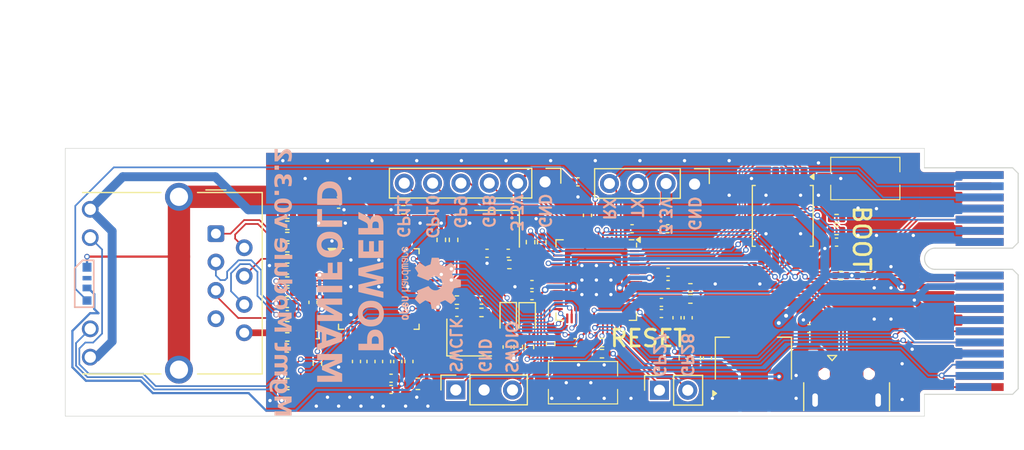
<source format=kicad_pcb>
(kicad_pcb (version 20240108) (generator "pcbnew") (generator_version "8.0")
  (title_block (date "2024-06-26") (rev "v0.3.2"))
  (layers (0 "F.Cu" signal) (31 "B.Cu" signal) (34 "B.Paste" user) (35 "F.Paste" user) (36 "B.SilkS" user "B.Silkscreen") (37 "F.SilkS" user "F.Silkscreen") (38 "B.Mask" user) (39 "F.Mask" user) (44 "Edge.Cuts" user))
  (net 0 "")
  (net 1 "/XIN")
  (net 2 "GND")
  (net 3 "+5V")
  (net 4 "+1V1")
  (net 5 "VIN")
  (net 6 "/DIO")
  (net 7 "I2C_RESET")
  (net 8 "SW_A1")
  (net 9 "OVERLOAD")
  (net 10 "/CLK")
  (net 11 "SDA")
  (net 12 "SCL")
  (net 13 "/USB_D-")
  (net 14 "/USB_D+")
  (net 15 "/SWD")
  (net 16 "/SWCLK")
  (net 17 "/QSPI_SS")
  (net 18 "/XOUT")
  (net 19 "/GPIO26_ADC0")
  (net 20 "/QSPI_SD0")
  (net 21 "/QSPI_SCLK")
  (net 22 "/QSPI_SD3")
  (net 23 "/QSPI_SD2")
  (net 24 "/QSPI_SD1")
  (net 25 "/GPIO3")
  (net 26 "/GPIO13")
  (net 27 "SW_A2")
  (net 28 "/GPIO25")
  (net 29 "/RUN")
  (net 30 "/GPIO7")
  (net 31 "/GPIO21")
  (net 32 "LED_DIN")
  (net 33 "ALERT")
  (net 34 "/GPIO17")
  (net 35 "/GPIO14")
  (net 36 "/GPIO19")
  (net 37 "/GPIO16")
  (net 38 "/GPIO20")
  (net 39 "/GPIO18")
  (net 40 "/GPIO8")
  (net 41 "/GPIO2")
  (net 42 "/GPIO27_ADC1")
  (net 43 "SW_A0")
  (net 44 "+3.3VA")
  (net 45 "+3.3V")
  (net 46 "/ADC_AVDD")
  (net 47 "/ACT_LED")
  (net 48 "/LINK_LED")
  (net 49 "Net-(D2-A)")
  (net 50 "Net-(D3-A)")
  (net 51 "/RX_D+")
  (net 52 "/RX_D-")
  (net 53 "/TX_D+")
  (net 54 "/TX_D-")
  (net 55 "/GPIO28_ADC2")
  (net 56 "/GPIO10")
  (net 57 "/GPIO9")
  (net 58 "/GPIO11")
  (net 59 "Net-(U1-XI{slash}CLKIN)")
  (net 60 "Net-(C4-Pad1)")
  (net 61 "Net-(U1-1V2O)")
  (net 62 "Net-(U1-TOCAP)")
  (net 63 "Net-(J4-RCT)")
  (net 64 "Net-(J4-TCT)")
  (net 65 "Net-(C16-Pad1)")
  (net 66 "Net-(C18-Pad1)")
  (net 67 "Net-(C29-Pad1)")
  (net 68 "/GPIO12")
  (net 69 "UART_TX")
  (net 73 "UART_RX")
  (net 78 "Net-(J4-Pad11)")
  (net 80 "Net-(J4-Pad10)")
  (net 81 "Net-(U1-XO)")
  (net 82 "Net-(U1-TXN)")
  (net 83 "Net-(U1-TXP)")
  (net 84 "Net-(U1-RXP)")
  (net 85 "Net-(U1-RXN)")
  (net 86 "Net-(U1-EXRES1)")
  (net 87 "Net-(R16-Pad2)")
  (net 88 "Net-(R22-Pad1)")
  (net 89 "Net-(U4-USB_DP)")
  (net 90 "Net-(U4-USB_DM)")
  (footprint "LED_SMD:LED_0603_1608Metric" (layer "F.Cu") (at 89.4 62.3125 -90)
    (property "Reference" "D3" (hide yes))
    (property "Value" "GREEN")
  )
  (footprint "Resistor_SMD:R_0402_1005Metric" (layer "F.Cu") (at 67.9 52.9 180)
    (property "Reference" "R6" (hide yes))
    (property "Value" "3.3R")
  )
  (footprint "Resistor_SMD:R_0402_1005Metric" (layer "F.Cu") (at 83.1 60.6)
    (property "Reference" "R4" (hide yes))
    (property "Value" "1M")
  )
  (footprint "Connector_PinHeader_2.54mm:PinHeader_1x04_P2.54mm_Vertical" (layer "F.Cu") (at 104.39 50.15 -90)
    (property "Reference" "J6" (hide yes))
    (property "Value" "UART")
  )
  (footprint "Capacitor_SMD:C_0402_1005Metric" (layer "F.Cu") (at 89.825 60.2 180)
    (property "Reference" "C23" (hide yes))
    (property "Value" "100nF")
  )
  (footprint "Resistor_SMD:R_0402_1005Metric" (layer "F.Cu") (at 78.3 52.5 180)
    (property "Reference" "R1" (hide yes))
    (property "Value" "4.7K")
  )
  (footprint "Connector_PinSocket_2.54mm:PinSocket_1x02_P2.54mm_Vertical" (layer "F.Cu") (at 101.25 68.675 90)
    (property "Reference" "J5" (hide yes))
    (property "Value" "ADC")
  )
  (footprint "Resistor_SMD:R_0402_1005Metric" (layer "F.Cu") (at 67.9 58.9 180)
    (property "Reference" "R9" (hide yes))
    (property "Value" "3.3R")
  )
  (footprint "Resistor_SMD:R_0402_1005Metric" (layer "F.Cu") (at 67.9 59.9)
    (property "Reference" "R8" (hide yes))
    (property "Value" "3.3R")
  )
  (footprint "Resistor_SMD:R_0402_1005Metric" (layer "F.Cu") (at 117.5 58.4 180)
    (property "Reference" "R33" (hide yes))
    (property "Value" "4.7K")
  )
  (footprint "Capacitor_SMD:C_0402_1005Metric" (layer "F.Cu") (at 102.025 58.1)
    (property "Reference" "C22" (hide yes))
    (property "Value" "100nF")
  )
  (footprint "Connector_RJ:RJ45_Hanrun_HR911105A_Horizontal" (layer "F.Cu") (at 61.5 54.645 -90)
    (property "Reference" "J4" (hide yes))
    (property "Value" "RJ45_Hanrun_HR913550A_Horizontal")
  )
  (footprint "Resistor_SMD:R_0402_1005Metric" (layer "F.Cu") (at 88.6 64.8 90)
    (property "Reference" "R18" (hide yes))
    (property "Value" "470R")
  )
  (footprint "Capacitor_SMD:C_0402_1005Metric" (layer "F.Cu") (at 105.55 65.8 -90)
    (property "Reference" "C20" (hide yes))
    (property "Value" "10uF")
  )
  (footprint "Package_TO_SOT_SMD:SOT-223-3_TabPin2" (layer "F.Cu") (at 109.6725 65.83 90)
    (property "Reference" "U2" (hide yes))
    (property "Value" "AMS1117-3.3")
  )
  (footprint "Capacitor_SMD:C_0402_1005Metric" (layer "F.Cu") (at 94.8 53 90)
    (property "Reference" "C31" (hide yes))
    (property "Value" "100nF")
  )
  (footprint "Capacitor_SMD:C_0402_1005Metric" (layer "F.Cu") (at 78.8 66.1 -90)
    (property "Reference" "C9" (hide yes))
    (property "Value" "100nF")
  )
  (footprint "Inductor_SMD:L_0603_1608Metric" (layer "F.Cu") (at 79.6 68.1 180)
    (property "Reference" "FB1" (hide yes))
    (property "Value" "HCB1608KF-121T20")
  )
  (footprint "Local Library:XKB_TS-1101_SWITCH" (layer "F.Cu") (at 119.7 49.7 180)
    (property "Reference" "SW1" (hide yes))
    (property "Value" "BOOT")
  )
  (footprint "Capacitor_SMD:C_0402_1005Metric" (layer "F.Cu") (at 85.8 56.4 180)
    (property "Reference" "C29" (hide yes))
    (property "Value" "39pF")
  )
  (footprint "Capacitor_SMD:C_0402_1005Metric" (layer "F.Cu") (at 102.825 62.18 90)
    (property "Reference" "C33" (hide yes))
    (property "Value" "100nF")
  )
  (footprint "Capacitor_SMD:C_0402_1005Metric" (layer "F.Cu") (at 102 54.2)
    (property "Reference" "C34" (hide yes))
    (property "Value" "10uF")
  )
  (footprint "Capacitor_SMD:C_0402_1005Metric" (layer "F.Cu") (at 76.8 66.1 -90)
    (property "Reference" "C11" (hide yes))
    (property "Value" "4.7uF")
  )
  (footprint "Connector_PinSocket_2.54mm:PinSocket_1x03_P2.54mm_Vertical" (layer "F.Cu") (at 83 68.65 90)
    (property "Reference" "J1" (hide yes))
    (property "Value" "SWD")
  )
  (footprint "Capacitor_SMD:C_0402_1005Metric" (layer "F.Cu") (at 87.7 56.4 180)
    (property "Reference" "C28" (hide yes))
    (property "Value" "39pF")
  )
  (footprint "Capacitor_SMD:C_0402_1005Metric" (layer "F.Cu") (at 77.2 68.6 180)
    (property "Reference" "C14" (hide yes))
    (property "Value" "100nF")
  )
  (footprint "Capacitor_SMD:C_0402_1005Metric" (layer "F.Cu") (at 101.425 61.8)
    (property "Reference" "C26" (hide yes))
    (property "Value" "1uF")
  )
  (footprint "Capacitor_SMD:C_0402_1005Metric" (layer "F.Cu") (at 70.2 60.8 -90)
    (property "Reference" "C7" (hide yes))
    (property "Value" "100nF")
  )
  (footprint "Capacitor_SMD:C_0402_1005Metric" (layer "F.Cu") (at 72.5 52 180)
    (property "Reference" "C1" (hide yes))
    (property "Value" "1uF")
  )
  (footprint "Resistor_SMD:R_0402_1005Metric" (layer "F.Cu") (at 117.125 53.3)
    (property "Reference" "R16" (hide yes))
    (property "Value" "1K")
  )
  (footprint "Resistor_SMD:R_0402_1005Metric" (layer "F.Cu") (at 89.7 55.4 90)
    (property "Reference" "R30" (hide yes))
    (property "Value" "100R")
  )
  (footprint "Capacitor_SMD:C_0402_1005Metric" (layer "F.Cu") (at 77.8 66.1 -90)
    (property "Reference" "C6" (hide yes))
    (property "Value" "1uF")
  )
  (footprint "Resistor_SMD:R_0402_1005Metric" (layer "F.Cu") (at 91.5 64.5 90)
    (property "Reference" "R22" (hide yes))
    (property "Value" "1K")
  )
  (footprint "Resistor_SMD:R_0402_1005Metric" (layer "F.Cu") (at 96.1 64.4 180)
    (property "Reference" "R28" (hide yes))
    (property "Value" "2K")
  )
  (footprint "Resistor_SMD:R_0402_1005Metric" (layer "F.Cu") (at 85.3 61.7)
    (property "Reference" "R2" (hide yes))
    (property "Value" "1K")
  )
  (footprint "Capacitor_SMD:C_0402_1005Metric" (layer "F.Cu") (at 103.825 62.18 90)
    (property "Reference" "C35" (hide yes))
    (property "Value" "100nF")
  )
  (footprint "Capacitor_SMD:C_0402_1005Metric" (layer "F.Cu") (at 102.025 59.2)
    (property "Reference" "C25" (hide yes))
    (property "Value" "100nF")
  )
  (footprint "Capacitor_SMD:C_0402_1005Metric" (layer "F.Cu") (at 87.6 64.8 90)
    (property "Reference" "C5" (hide yes))
    (property "Value" "100nF")
  )
  (footprint "Capacitor_SMD:C_0402_1005Metric" (layer "F.Cu") (at 98.8 54.2)
    (property "Reference" "C27" (hide yes))
    (property "Value" "100nF")
  )
  (footprint "Capacitor_SMD:C_0402_1005Metric" (layer "F.Cu") (at 67.9 60.9 180)
    (property "Reference" "C16" (hide yes))
    (property "Value" "6.8nF")
  )
  (footprint "Capacitor_SMD:C_0402_1005Metric" (layer "F.Cu") (at 75.4 66.1 -90)
    (property "Reference" "C12" (hide yes))
    (property "Value" "100nF")
  )
  (footprint "Crystal:Crystal_SMD_3225-4Pin_3.2x2.5mm" (layer "F.Cu") (at 84.2 63.95)
    (property "Reference" "Y1" (hide yes))
    (property "Value" "X322525MRB4SI")
  )
  (footprint "Capacitor_SMD:C_0402_1005Metric" (layer "F.Cu") (at 93.95 50)
    (property "Reference" "C36" (hide yes))
    (property "Value" "10uF")
  )
  (footprint "Resistor_SMD:R_0402_1005Metric" (layer "F.Cu") (at 67.9 62.9)
    (property "Reference" "R14" (hide yes))
    (property "Value" "49.9R")
  )
  (footprint "Capacitor_SMD:C_0402_1005Metric" (layer "F.Cu") (at 101.425 60.8)
    (property "Reference" "C24" (hide yes))
    (property "Value" "1uF")
  )
  (footprint "Capacitor_SMD:C_0402_1005Metric" (layer "F.Cu") (at 70.6 63.7 180)
    (property "Reference" "C8" (hide yes))
    (property "Value" "100nF")
  )
  (footprint "Capacitor_SMD:C_0402_1005Metric" (layer "F.Cu") (at 85.3 60.6)
    (property "Reference" "C4" (hide yes))
    (property "Value" "39pF")
  )
  (footprint "Resistor_SMD:R_0402_1005Metric" (layer "F.Cu") (at 67.9 63.9)
    (property "Reference" "R13" (hide yes))
    (property "Value" "49.9R")
  )
  (footprint "Resistor_SMD:R_0402_1005Metric" (layer "F.Cu") (at 119.5 58.4)
    (property "Reference" "R32" (hide yes))
    (property "Value" "4.7K")
  )
  (footprint "Capacitor_SMD:C_0402_1005Metric" (layer "F.Cu") (at 117.125 55.4)
    (property "Reference" "C21" (hide yes))
    (property "Value" "100nF")
  )
  (footprint "Capacitor_SMD:C_0402_1005Metric" (layer "F.Cu") (at 72.48 51 180)
    (property "Reference" "C3" (hide yes))
    (property "Value" "100nF")
  )
  (footprint "Capacitor_SMD:C_0402_1005Metric" (layer "F.Cu") (at 77.2 67.6 180)
    (property "Reference" "C17" (hide yes))
    (property "Value" "100nF")
  )
  (footprint "Capacitor_SMD:C_0402_1005Metric" (layer "F.Cu") (at 93.7 64.4 180)
    (property "Reference" "C30" (hide yes))
    (property "Value" "100nF")
  )
  (footprint "Resistor_SMD:R_0402_1005Metric" (layer "F.Cu") (at 82.8 55.2 -90)
    (property "Reference" "R5" (hide yes))
    (property "Value" "4.7K")
  )
  (footprint "Resistor_SMD:R_0402_1005Metric" (layer "F.Cu") (at 67.9 54.91 180)
    (property "Reference" "R12" (hide yes))
    (property "Value" "49.9R")
  )
  (footprint "Crystal:Crystal_SMD_3225-4Pin_3.2x2.5mm" (layer "F.Cu") (at 86.7 54.2 180)
    (property "Reference" "Y2" (hide yes))
    (property "Value" "X322512MSB4SI")
  )
  (footprint "Resistor_SMD:R_0402_1005Metric" (layer "F.Cu") (at 89.6 64.8 90)
    (property "Reference" "R21" (hide yes))
    (property "Value" "470R")
  )
  (footprint "Capacitor_SMD:C_0402_1005Metric" (layer "F.Cu") (at 67.9 61.9 180)
    (property "Reference" "C18" (hide yes))
    (property "Value" "6.8nF")
  )
  (footprint "Capacitor_SMD:C_0402_1005Metric" (layer "F.Cu") (at 67.9 57.9)
    (property "Reference" "C15" (hide yes))
    (property "Value" "22nF")
  )
  (footprint "Capacitor_SMD:C_0402_1005Metric" (layer "F.Cu") (at 83.1 61.7 180)
    (property "Reference" "C2" (hide yes))
    (property "Value" "39pF")
  )
  (footprint "Resistor_SMD:R_0402_1005Metric" (layer "F.Cu") (at 104.55 65.8 -90)
    (property "Reference" "R23" (hide yes))
    (property "Value" "200R")
  )
  (footprint "Resistor_SMD:R_0402_1005Metric" (layer "F.Cu") (at 67.9 53.9)
    (property "Reference" "R7" (hide yes))
    (property "Value" "3.3R")
  )
  (footprint "Connector_PinHeader_2.54mm:PinHeader_1x06_P2.54mm_Vertical" (layer "F.Cu") (at 91.080826 50.119014 -90)
    (property "Reference" "J7" (hide yes))
    (property "Value" "UART")
  )
  (footprint "Resistor_SMD:R_0402_1005Metric" (layer "F.Cu") (at 87.8 57.4 180)
    (property "Reference" "R29" (hide yes))
    (property "Value" "1K")
  )
  (footprint "Resistor_SMD:R_0402_1005Metric" (layer "F.Cu") (at 117.125 54.35)
    (property "Reference" "R17" (hide yes))
    (property "Value" "10K")
  )
  (footprint "Resistor_SMD:R_0402_1005Metric" (layer "F.Cu") (at 81.7 55.2 -90)
    (property "Reference" "R3" (hide yes))
    (property "Value" "4.7K")
  )
  (footprint "Capacitor_SMD:C_0402_1005Metric" (layer "F.Cu") (at 67.9 64.9)
    (property "Reference" "C13" (hide yes))
    (property "Value" "100nF")
  )
  (footprint "Resistor_SMD:R_0402_1005Metric" (layer "F.Cu") (at 103.4 65.8 90)
    (property "Reference" "R24" (hide yes))
    (property "Value" "1R")
  )
  (footprint "Package_DFN_QFN:QFN-56-1EP_7x7mm_P0.4mm_EP3.2x3.2mm" (layer "F.Cu") (at 95.5875 58.8 -90)
    (property "Reference" "U4" (hide yes))
    (property "Value" "RP2040")
  )
  (footprint "Capacitor_SMD:C_0402_1005Metric" (layer "F.Cu") (at 89.825 59.2 180)
    (property "Reference" "C32" (hide yes))
    (property "Value" "100nF")
  )
  (footprint "Connector_USB:USB_Micro-B_XKB_U254-051T-4BH83-F1S" (layer "F.Cu") (at 118.025 69.165)
    (property "Reference" "J3" (hide yes))
    (property "Value" "USB_B_Micro")
  )
  (footprint "Resistor_SMD:R_0402_1005Metric" (layer "F.Cu") (at 67.9 68)
    (property "Reference" "R20" (hide yes))
    (property "Value" "470R")
  )
  (footprint "Connector_PCBEdge:BUS_PCIexpress_x1" (layer "F.Cu") (at 129.95 68.39 90)
    (property "Reference" "J2" (hide yes))
    (property "Value" "Bus_PCI_Express_x1")
    (fp_line (start 19.65 -4.95) (end 19.65 2.95) (stroke (width 0.1)) (layer "Edge.Cuts"))
    (fp_line (start -0.65 -4.95) (end -0.65 2.95) (stroke (width 0.1)) (layer "Edge.Cuts"))
    (fp_line (start 12.45 -4) (end 12.45 2.95) (stroke (width 0.1)) (layer "Edge.Cuts"))
    (fp_line (start 10.55 -4) (end 10.55 2.95) (stroke (width 0.1)) (layer "Edge.Cuts"))
    (fp_line (start 19.65 2.95) (end 19.15 3.45) (stroke (width 0.1)) (layer "Edge.Cuts"))
    (fp_line (start 12.45 2.95) (end 12.95 3.45) (stroke (width 0.1)) (layer "Edge.Cuts"))
    (fp_line (start 10.55 2.95) (end 10.05 3.45) (stroke (width 0.1)) (layer "Edge.Cuts"))
    (fp_line (start -0.65 2.95) (end -0.15 3.45) (stroke (width 0.1)) (layer "Edge.Cuts"))
    (fp_line (start 12.95 3.45) (end 19.15 3.45) (stroke (width 0.1)) (layer "Edge.Cuts"))
    (fp_line (start -0.15 3.45) (end 10.05 3.45) (stroke (width 0.1)) (layer "Edge.Cuts"))
    (fp_arc (start 10.55 -4) (mid 11.5 -4.95) (end 12.45 -4) (stroke (width 0.1)) (layer "Edge.Cuts"))
  )
  (footprint "Resistor_SMD:R_0402_1005Metric" (layer "F.Cu") (at 104.025 59.5 180)
    (property "Reference" "R25" (hide yes))
    (property "Value" "27R")
  )
  (footprint "Resistor_SMD:R_0402_1005Metric" (layer "F.Cu") (at 70.6 66.3 90)
    (property "Reference" "R11" (hide yes))
    (property "Value" "12.4K 1%")
  )
  (footprint "LED_SMD:LED_0603_1608Metric" (layer "F.Cu") (at 87.7 62.3 -90)
    (property "Reference" "D2" (hide yes))
    (property "Value" "RED")
  )
  (footprint "Resistor_SMD:R_0402_1005Metric" (layer "F.Cu") (at 96.1 65.4 180)
    (property "Reference" "R27" (hide yes))
    (property "Value" "22K")
  )
  (footprint "Package_SO:SOIC-8_5.23x5.23mm_P1.27mm" (layer "F.Cu") (at 112.3 53.05 -90)
    (property "Reference" "U3" (hide yes))
    (property "Value" "W25Q32JVSSIQ")
  )
  (footprint "Capacitor_SMD:C_0402_1005Metric" (layer "F.Cu") (at 74.1 66.1 -90)
    (property "Reference" "C10" (hide yes))
    (property "Value" "100nF")
  )
  (footprint "Resistor_SMD:R_0402_1005Metric" (layer "F.Cu") (at 67.9 56.9 180)
    (property "Reference" "R15" (hide yes))
    (property "Value" "10R 1%")
  )
  (footprint "Package_QFP:LQFP-48_7x7mm_P0.5mm" (layer "F.Cu") (at 76.1 59.6)
    (property "Reference" "U1" (hide yes))
    (property "Value" "W5500")
  )
  (footprint "Resistor_SMD:R_0402_1005Metric" (layer "F.Cu") (at 90.7 55.4 90)
    (property "Reference" "R31" (hide yes))
    (property "Value" "100R")
  )
  (footprint "Resistor_SMD:R_0402_1005Metric" (layer "F.Cu") (at 104.025 60.5 180)
    (property "Reference" "R26" (hide yes))
    (property "Value" "27R")
  )
  (footprint "Local Library:XKB_TS-1101_SWITCH" (layer "F.Cu") (at 94.4 68 180)
    (property "Reference" "SW2" (hide yes))
    (property "Value" "RESET")
  )
  (footprint "Capacitor_SMD:C_0402_1005Metric" (layer "F.Cu") (at 114.65 63.15)
    (property "Reference" "C19" (hide yes))
    (property "Value" "10uF")
  )
  (footprint "Resistor_SMD:R_0402_1005Metric" (layer "F.Cu") (at 67.9 69)
    (property "Reference" "R19" (hide yes))
    (property "Value" "470R")
  )
  (footprint "Resistor_SMD:R_0402_1005Metric" (layer "F.Cu") (at 67.9 55.9 180)
    (property "Reference" "R10" (hide yes))
    (property "Value" "49.9R")
  )
  (footprint "Symbol:OSHW-Logo2_7.3x6mm_SilkScreen" (layer "B.Cu") (at 80.7 59.1 90)
    (property "Reference" "REF**" (hide yes))
    (property "Value" "OSHW-Logo2_7.3x6mm_SilkScreen" (hide yes))
  )
  (footprint "Local Library:LED_Neopixel_Side_Light_SK6812" (layer "B.Cu") (at 49.95 60.635 90)
    (property "Reference" "D4" (hide yes))
    (property "Value" "Neopixel Side Light SK6812")
  )
  (gr_line (start 48 71) (end 125 71) (stroke (width 0.05)) (layer "Edge.Cuts"))
  (gr_line (start 48 47) (end 125 47) (stroke (width 0.05)) (layer "Edge.Cuts"))
  (gr_line (start 48 47) (end 48 71) (stroke (width 0.05)) (layer "Edge.Cuts"))
  (gr_line (start 125 47) (end 125 48.74) (stroke (width 0.05)) (layer "Edge.Cuts"))
  (gr_line (start 125 71) (end 125 69.04) (stroke (width 0.05)) (layer "Edge.Cuts"))
  (gr_text "RX" (at 96.15 53.55 -90) (layer "B.SilkS") (effects (font (size 1 1) (thickness 0.2) (bold yes)) (justify left bottom mirror)))
  (gr_text "3.3V" (at 87.85 54.55 -90) (layer "B.SilkS") (effects (font (size 1 1) (thickness 0.2) (bold yes)) (justify left bottom mirror)))
  (gr_text "POWER\nMANIFOLD" (at 70.2 59 270) (layer "B.SilkS") (effects (font (size 2.2 2.2) (thickness 0.5) (bold yes) (italic yes)) (justify bottom mirror)))
  (gr_text "GND" (at 90.4 54.25 -90) (layer "B.SilkS") (effects (font (size 1 1) (thickness 0.2) (bold yes)) (justify left bottom mirror)))
  (gr_text "GP8" (at 85.35 54.25 -90) (layer "B.SilkS") (effects (font (size 1 1) (thickness 0.2) (bold yes)) (justify left bottom mirror)))
  (gr_text "GP10" (at 80.3 55.2 -90) (layer "B.SilkS") (effects (font (size 1 1) (thickness 0.2) (bold yes)) (justify left bottom mirror)))
  (gr_text "Mgmt Module ${REVISION}" (at 66.5 59 270) (layer "B.SilkS") (effects (font (size 1.5 1.5) (thickness 0.3) (bold yes)) (justify bottom mirror)))
  (gr_text "GND" (at 85 67.2 270) (layer "B.SilkS") (effects (font (size 1 1) (thickness 0.2) (bold yes)) (justify left bottom mirror)))
  (gr_text "SWDIO" (at 87.4 67.25 270) (layer "B.SilkS") (effects (font (size 1 1) (thickness 0.2) (bold yes)) (justify left bottom mirror)))
  (gr_text "SWCLK" (at 82.4 67.2 270) (layer "B.SilkS") (effects (font (size 1 1) (thickness 0.2) (bold yes)) (justify left bottom mirror)))
  (gr_text "GND" (at 103.8 54.5 -90) (layer "B.SilkS") (effects (font (size 1 1) (thickness 0.2) (bold yes)) (justify left bottom mirror)))
  (gr_text "TX" (at 98.65 53.3 -90) (layer "B.SilkS") (effects (font (size 1 1) (thickness 0.2) (bold yes)) (justify left bottom mirror)))
  (gr_text "GP27" (at 100.65 67.6 270) (layer "B.SilkS") (effects (font (size 1 1) (thickness 0.2) (bold yes)) (justify left bottom mirror)))
  (gr_text "GP28" (at 103.15 67.6 270) (layer "B.SilkS") (effects (font (size 1 1) (thickness 0.2) (bold yes)) (justify left bottom mirror)))
  (gr_text "GP9" (at 82.8 54.3 -90) (layer "B.SilkS") (effects (font (size 1 1) (thickness 0.2) (bold yes)) (justify left bottom mirror)))
  (gr_text "3.3V" (at 101.2 54.85 -90) (layer "B.SilkS") (effects (font (size 1 1) (thickness 0.2) (bold yes)) (justify left bottom mirror)))
  (gr_text "GP11" (at 77.7 55.15 -90) (layer "B.SilkS") (effects (font (size 1 1) (thickness 0.2) (bold yes)) (justify left bottom mirror)))
  (gr_text "RESET" (at 96.7 64.9 0) (layer "F.SilkS") (effects (font (size 1.5 1.5) (thickness 0.25) (bold yes)) (justify left bottom)))
  (gr_text "BOOT" (at 118.5 52 -90) (layer "F.SilkS") (effects (font (size 1.5 1.5) (thickness 0.25) (bold yes)) (justify left bottom)))
  (segment (start 88.725 55.975) (end 88.725 54.275) (width 0.15) (layer "F.Cu") (net 1))
  (segment (start 88.5 56.4) (end 90.3 58.2) (width 0.15) (layer "F.Cu") (net 1))
  (segment (start 88.3 56.4) (end 88.725 55.975) (width 0.15) (layer "F.Cu") (net 1))
  (segment (start 88.18 56.4) (end 88.5 56.4) (width 0.15) (layer "F.Cu") (net 1))
  (segment (start 90.3 58.2) (end 92.15 58.2) (width 0.15) (layer "F.Cu") (net 1))
  (segment (start 88.725 54.275) (end 87.8 53.35) (width 0.15) (layer "F.Cu") (net 1))
  (segment (start 64.04 63.525) (end 66.175 63.525) (width 0.6) (layer "F.Cu") (net 2))
  (segment (start 49.95 56.7) (end 58.19 56.7) (width 0.2) (layer "F.Cu") (net 2))
  (segment (start 58.19 56.7) (end 58.19 66.83) (width 2) (layer "F.Cu") (net 2))
  (segment (start 87.22 56.4) (end 87.22 55.63) (width 0.15) (layer "F.Cu") (net 2))
  (segment (start 58.19 51.34) (end 58.19 56.7) (width 2) (layer "F.Cu") (net 2))
  (segment (start 58.19 51.34) (end 65.86 51.34) (width 2) (layer "F.Cu") (net 2))
  (segment (start 87.22 55.63) (end 87.8 55.05) (width 0.15) (layer "F.Cu") (net 2))
  (segment (start 87.3 55.05) (end 85.6 53.35) (width 0.15) (layer "F.Cu") (net 2))
  (via (at 96.3 69.4) (size 0.5) (drill 0.3) (layers "F.Cu" "B.Cu") (net 2))
  (via (at 66.35 69.6) (size 0.5) (drill 0.3) (layers "F.Cu" "B.Cu") (net 2))
  (via (at 95.6 60.1) (size 0.5) (drill 0.3) (layers "F.Cu" "B.Cu") (net 2))
  (via (at 109.5 49.7) (size 0.5) (drill 0.3) (layers "F.Cu" "B.Cu") (net 2))
  (via (at 120.7 54.8) (size 0.5) (drill 0.3) (layers "F.Cu" "B.Cu") (net 2))
  (via (at 49.95 56.7) (size 0.5) (drill 0.3) (layers "F.Cu" "B.Cu") (net 2))
  (via (at 106 69.4) (size 0.5) (drill 0.3) (layers "F.Cu" "B.Cu") (net 2))
  (via (at 93.95 51.35) (size 0.5) (drill 0.3) (layers "F.Cu" "B.Cu") (net 2))
  (via (at 94.3 58.8) (size 0.5) (drill 0.3) (layers "F.Cu" "B.Cu") (net 2))
  (via (at 119.05 52.35) (size 0.5) (drill 0.3) (layers "F.Cu" "B.Cu") (net 2))
  (via (at 95.1 68) (size 0.5) (drill 0.3) (layers "F.Cu" "B.Cu") (net 2))
  (via (at 95.6 57.5) (size 0.5) (drill 0.3) (layers "F.Cu" "B.Cu") (net 2))
  (via (at 110.25 59.15) (size 0.5) (drill 0.3) (layers "F.Cu" "B.Cu") (net 2))
  (via (at 124 54.8) (size 0.5) (drill 0.3) (layers "F.Cu" "B.Cu") (net 2))
  (via (at 107.5 51.2) (size 0.5) (drill 0.3) (layers "F.Cu" "B.Cu") (net 2))
  (via (at 94.3 60.1) (size 0.5) (drill 0.3) (layers "F.Cu" "B.Cu") (net 2))
  (via (at 78.5 70.1) (size 0.5) (drill 0.3) (layers "F.Cu" "B.Cu") (net 2))
  (via (at 91.6 69.4) (size 0.5) (drill 0.3) (layers "F.Cu" "B.Cu") (net 2))
  (via (at 80.5 70.1) (size 0.5) (drill 0.3) (layers "F.Cu" "B.Cu") (net 2))
  (via (at 73.5 69.3) (size 0.5) (drill 0.3) (layers "F.Cu" "B.Cu") (net 2))
  (via (at 110.8 51.2) (size 0.5) (drill 0.3) (layers "F.Cu" "B.Cu") (net 2))
  (via (at 76.1 59.4) (size 0.5) (drill 0.3) (layers "F.Cu" "B.Cu") (net 2))
  (via (at 91.5 48.1) (size 0.5) (drill 0.3) (layers "F.Cu" "B.Cu") (net 2))
  (via (at 79.5 48.1) (size 0.5) (drill 0.3) (layers "F.Cu" "B.Cu") (net 2))
  (via (at 73.1 53.7) (size 0.5) (drill 0.3) (layers "F.Cu" "B.Cu") (net 2))
  (via (at 123 69.5) (size 0.5) (drill 0.3) (layers "F.Cu" "B.Cu") (net 2))
  (via (at 79.5 69.3) (size 0.5) (drill 0.3) (layers "F.Cu" "B.Cu") (net 2))
  (via (at 122 59.5) (size 0.5) (drill 0.3) (layers "F.Cu" "B.Cu") (net 2))
  (via (at 78.7 59.4) (size 0.5) (drill 0.3) (layers "F.Cu" "B.Cu") (net 2))
  (via (at 120.5 59.5) (size 0.5) (drill 0.3) (layers "F.Cu" "B.Cu") (net 2))
  (via (at 113.5 69.4) (size 0.5) (drill 0.3) (layers "F.Cu" "B.Cu") (net 2))
  (via (at 117.5 49.7) (size 0.5) (drill 0.3) (layers "F.Cu" "B.Cu") (net 2))
  (via (at 96.9 58.8) (size 0.5) (drill 0.3) (layers "F.Cu" "B.Cu") (net 2))
  (via (at 71.5 69.3) (size 0.5) (drill 0.3) (layers "F.Cu" "B.Cu") (net 2))
  (via (at 83.5 48.1) (size 0.5) (drill 0.3) (layers "F.Cu" "B.Cu") (net 2))
  (via (at 71.9 55.3) (size 0.5) (drill 0.3) (layers "F.Cu" "B.Cu") (net 2))
  (via (at 70.5 70.1) (size 0.5) (drill 0.3) (layers "F.Cu" "B.Cu") (net 2))
  (via (at 70.7 53.7) (size 0.5) (drill 0.3) (layers "F.Cu" "B.Cu") (net 2))
  (via (at 96.9 57.5) (size 0.5) (drill 0.3) (layers "F.Cu" "B.Cu") (net 2))
  (via (at 94 66.4) (size 0.5) (drill 0.3) (layers "F.Cu" "B.Cu") (net 2))
  (via (at 73.6 59.4) (size 0.5) (drill 0.3) (layers "F.Cu" "B.Cu") (net 2))
  (via (at 103.5 48.1) (size 0.5) (drill 0.3) (layers "F.Cu" "B.Cu") (net 2))
  (via (at 96.3 66.4) (size 0.5) (drill 0.3) (layers "F.Cu" "B.Cu") (net 2))
  (via (at 120.5 62.3) (size 0.5) (drill 0.3) (layers "F.Cu" "B.Cu") (net 2))
  (via (at 115.5 51.2) (size 0.5) (drill 0.3) (layers "F.Cu" "B.Cu") (net 2))
  (via (at 94.3 57.5) (size 0.5) (drill 0.3) (layers "F.Cu" "B.Cu") (net 2))
  (via (at 79.8 53.7) (size 0.5) (drill 0.3) (layers "F.Cu" "B.Cu") (net 2))
  (via (at 73.5 49.7) (size 0.5) (drill 0.3) (layers "F.Cu" "B.Cu") (net 2))
  (via (at 76.1 57) (size 0.5) (drill 0.3) (layers "F.Cu" "B.Cu") (net 2))
  (via (at 92.9 68) (size 0.5) (drill 0.3) (layers "F.Cu" "B.Cu") (net 2))
  (via (at 123.9 65) (size 0.5) (drill 0.3) (layers "F.Cu" "B.Cu") (net 2))
  (via (at 106.25 59.15) (size 0.5) (drill 0.3) (layers "F.Cu" "B.Cu") (net 2))
  (via (at 95.6 58.8) (size 0.5) (drill 0.3) (layers "F.Cu" "B.Cu") (net 2))
  (via (at 94 69.4) (size 0.5) (drill 0.3) (layers "F.Cu" "B.Cu") (net 2))
  (via (at 120.7 52.4) (size 0.5) (drill 0.3) (layers "F.Cu" "B.Cu") (net 2))
  (via (at 122 62.3) (size 0.5) (drill 0.3) (layers "F.Cu" "B.Cu") (net 2))
  (via (at 74.5 70.1) (size 0.5) (drill 0.3) (layers "F.Cu" "B.Cu") (net 2))
  (via (at 73.6 57) (size 0.5) (drill 0.3) (layers "F.Cu" "B.Cu") (net 2))
  (via (at 76.5 70.1) (size 0.5) (drill 0.3) (layers "F.Cu" "B.Cu") (net 2))
  (via (at 113.9 51.2) (size 0.5) (drill 0.3) (layers "F.Cu" "B.Cu") (net 2))
  (via (at 84.25 53.7) (size 0.5) (drill 0.3) (layers "F.Cu" "B.Cu") (net 2))
  (via (at 119.05 54.8) (size 0.5) (drill 0.3) (layers "F.Cu" "B.Cu") (net 2))
  (via (at 75.5 48.1) (size 0.5) (drill 0.3) (layers "F.Cu" "B.Cu") (net 2))
  (via (at 123 66.3) (size 0.5) (drill 0.3) (layers "F.Cu" "B.Cu") (net 2))
  (via (at 115.5 48.3) (size 0.5) (drill 0.3) (layers "F.Cu" "B.Cu") (net 2))
  (via (at 113.5 67.35) (size 0.5) (drill 0.3) (layers "F.Cu" "B.Cu") (net 2))
  (via (at 88.3 59.4) (size 0.5) (drill 0.3) (layers "F.Cu" "B.Cu") (net 2))
  (via (at 122 57.6) (size 0.5) (drill 0.3) (layers "F.Cu" "B.Cu") (net 2))
  (via (at 96.9 60.1) (size 0.5) (drill 0.3) (layers "F.Cu" "B.Cu") (net 2))
  (via (at 99.5 48.1) (size 0.5) (drill 0.3) (layers "F.Cu" "B.Cu") (net 2))
  (via (at 72.5 66.6) (size 0.5) (drill 0.3) (layers "F.Cu" "B.Cu") (net 2))
  (via (at 72.5 70.1) (size 0.5) (drill 0.3) (layers "F.Cu" "B.Cu") (net 2))
  (via (at 67.5 48.1) (size 0.5) (drill 0.3) (layers "F.Cu" "B.Cu") (net 2))
  (via (at 73.6 61.9) (size 0.5) (drill 0.3) (layers "F.Cu" "B.Cu") (net 2))
  (via (at 107.5 48.1) (size 0.5) (drill 0.3) (layers "F.Cu" "B.Cu") (net 2))
  (via (at 69.5 49.7) (size 0.5) (drill 0.3) (layers "F.Cu" "B.Cu") (net 2))
  (via (at 66.3 57.5) (size 0.5) (drill 0.3) (layers "F.Cu" "B.Cu") (net 2))
  (via (at 110.8 54.65) (size 0.5) (drill 0.3) (layers "F.Cu" "B.Cu") (net 2))
  (via (at 98.7 69.4) (size 0.5) (drill 0.3) (layers "F.Cu" "B.Cu") (net 2))
  (via (at 71.5 48.1) (size 0.5) (drill 0.3) (layers "F.Cu" "B.Cu") (net 2))
  (via (at 85.8 57.3) (size 0.5) (drill 0.3) (layers "F.Cu" "B.Cu") (net 2))
  (via (at 75.5 69.3) (size 0.5) (drill 0.3) (layers "F.Cu" "B.Cu") (net 2))
  (via (at 95.5 48.1) (size 0.5) (drill 0.3) (layers "F.Cu" "B.Cu") (net 2))
  (via (at 87.5 48.1) (size 0.5) (drill 0.3) (layers "F.Cu" "B.Cu") (net 2))
  (via (at 90.2 53.3) (size 0.5) (drill 0.3) (layers "F.Cu" "B.Cu") (net 2))
  (via (at 113.9 54.65) (size 0.5) (drill 0.3) (layers "F.Cu" "B.Cu") (net 2))
  (segment (start 49.95 57.65) (end 49.95 56.7) (width 0.2) (layer "B.Cu") (net 2))
  (segment (start 124.89 61.39) (end 124.095 60.595) (width 0.6) (layer "F.Cu") (net 3))
  (segment (start 111.9725 67.45) (end 111.9725 68.98) (width 1) (layer "F.Cu") (net 3))
  (segment (start 114.15 63.8) (end 114.15 62.37) (width 1) (layer "F.Cu") (net 3))
  (segment (start 116.725 66.075) (end 115.5 64.85) (width 0.4) (layer "F.Cu") (net 3))
  (segment (start 111.9725 67.45) (end 111.9725 67.0275) (width 1) (layer "F.Cu") (net 3))
  (segment (start 129.95 61.39) (end 124.89 61.39) (width 0.6) (layer "F.Cu") (net 3))
  (segment (start 111.9725 67.0275) (end 114.15 64.85) (width 1) (layer "F.Cu") (net 3))
  (segment (start 116.725 66.88) (end 116.725 66.075) (width 0.4) (layer "F.Cu") (net 3))
  (segment (start 115.5 64.85) (end 114.15 64.85) (width 0.4) (layer "F.Cu") (net 3))
  (segment (start 114.15 64.85) (end 114.15 63.8) (width 1) (layer "F.Cu") (net 3))
  (via (at 111.9725 67.45) (size 0.5) (drill 0.3) (layers "F.Cu" "B.Cu") (net 3))
  (via (at 114.15 62.37) (size 0.5) (drill 0.3) (layers "F.Cu" "B.Cu") (net 3))
  (via (at 124.095 60.595) (size 0.5) (drill 0.3) (layers "F.Cu" "B.Cu") (net 3))
  (segment (start 70.5 68.65) (end 68.65 70.5) (width 0.2) (layer "B.Cu") (net 3))
  (segment (start 50.6 60.06) (end 50.05 59.51) (width 0.2) (layer "B.Cu") (net 3))
  (segment (start 48.64 63.355786) (end 50.225 61.770786) (width 0.2) (layer "B.Cu") (net 3))
  (segment (start 129.95 60.39) (end 124.3 60.39) (width 0.6) (layer "B.Cu") (net 3))
  (segment (start 79.95 67.45) (end 78.75 68.65) (width 0.2) (layer "B.Cu") (net 3))
  (segment (start 124.3 60.39) (end 124.095 60.595) (width 0.6) (layer "B.Cu") (net 3))
  (segment (start 124.095 60.595) (end 124.09 60.6) (width 0.6) (layer "B.Cu") (net 3))
  (segment (start 64.43 68.93) (end 55.846116 68.93) (width 0.2) (layer "B.Cu") (net 3))
  (segment (start 54.741116 67.825) (end 49.853248 67.825) (width 0.2) (layer "B.Cu") (net 3))
  (segment (start 129.95 59.39) (end 125.3 59.39) (width 0.6) (layer "B.Cu") (net 3))
  (segment (start 48.64 66.611752) (end 48.64 63.355786) (width 0.2) (layer "B.Cu") (net 3))
  (segment (start 66 70.5) (end 64.43 68.93) (width 0.2) (layer "B.Cu") (net 3))
  (segment (start 50.975 61.770786) (end 50.6 61.395786) (width 0.2) (layer "B.Cu") (net 3))
  (segment (start 125.3 59.39) (end 124.095 60.595) (width 0.6) (layer "B.Cu") (net 3))
  (segment (start 78.75 68.65) (end 70.5 68.65) (width 0.2) (layer "B.Cu") (net 3))
  (segment (start 111.9725 67.45) (end 79.95 67.45) (width 0.2) (layer "B.Cu") (net 3))
  (segment (start 114.15 62.37) (end 115.92 60.6) (width 1) (layer "B.Cu") (net 3))
  (segment (start 68.65 70.5) (end 66 70.5) (width 0.2) (layer "B.Cu") (net 3))
  (segment (start 50.225 61.770786) (end 50.975 61.770786) (width 0.2) (layer "B.Cu") (net 3))
  (segment (start 50.6 61.395786) (end 50.6 60.06) (width 0.2) (layer "B.Cu") (net 3))
  (segment (start 49.853248 67.825) (end 48.64 66.611752) (width 0.2) (layer "B.Cu") (net 3))
  (segment (start 115.92 60.6) (end 124.09 60.6) (width 1) (layer "B.Cu") (net 3))
  (segment (start 55.846116 68.93) (end 54.741116 67.825) (width 0.2) (layer "B.Cu") (net 3))
  (segment (start 91.00448 59.6737) (end 91.27818 59.4) (width 0.2) (layer "F.Cu") (net 4))
  (segment (start 101.175 58.1) (end 100.675 58.6) (width 0.2) (layer "F.Cu") (net 4))
  (segment (start 91.27818 59.4) (end 92.15 59.4) (width 0.2) (layer "F.Cu") (net 4))
  (segment (start 101.545 58.1) (end 101.175 58.1) (width 0.2) (layer "F.Cu") (net 4))
  (segment (start 100.675 58.6) (end 99.025 58.6) (width 0.2) (layer "F.Cu") (net 4))
  (segment (start 100.745 60.6) (end 100.945 60.8) (width 0.2) (layer "F.Cu") (net 4))
  (segment (start 91.00448 59.6737) (end 90.57818 60.1) (width 0.2) (layer "F.Cu") (net 4))
  (segment (start 90.57818 60.1) (end 90.325 60.1) (width 0.2) (layer "F.Cu") (net 4))
  (segment (start 99.025 60.6) (end 98.2 60.6) (width 0.2) (layer "F.Cu") (net 4))
  (segment (start 99.025 60.6) (end 100.745 60.6) (width 0.2) (layer "F.Cu") (net 4))
  (via (at 100.35 58.6) (size 0.6) (drill 0.35) (layers "F.Cu" "B.Cu") (net 4))
  (via (at 93.525 59.4) (size 0.6) (drill 0.35) (layers "F.Cu" "B.Cu") (net 4))
  (via (at 91.00448 59.6737) (size 0.6) (drill 0.35) (layers "F.Cu" "B.Cu") (net 4))
  (via (at 97.7 59.5) (size 0.6) (drill 0.35) (layers "F.Cu" "B.Cu") (net 4))
  (segment (start 91.27818 59.4) (end 93.525 59.4) (width 0.4) (layer "B.Cu") (net 4))
  (segment (start 97.7 59.5) (end 98.6 58.6) (width 0.4) (layer "B.Cu") (net 4))
  (segment (start 98.6 58.6) (end 100.35 58.6) (width 0.4) (layer "B.Cu") (net 4))
  (segment (start 91.00448 59.6737) (end 91.27818 59.4) (width 0.4) (layer "B.Cu") (net 4))
  (segment (start 127.51 68.39) (end 126.51 67.39) (width 0.15) (layer "F.Cu") (net 5))
  (segment (start 129.95 68.39) (end 127.51 68.39) (width 0.15) (layer "F.Cu") (net 5))
  (segment (start 97.1 65.4) (end 96.61 65.4) (width 0.15) (layer "F.Cu") (net 5))
  (segment (start 129.95 66.39) (end 127.51 66.39) (width 0.15) (layer "F.Cu") (net 5))
  (segment (start 129.95 67.39) (end 126.51 67.39) (width 0.15) (layer "F.Cu") (net 5))
  (segment (start 126.55 67.35) (end 126.51 67.39) (width 0.15) (layer "F.Cu") (net 5))
  (segment (start 127.51 66.39) (end 126.55 67.35) (width 0.15) (layer "F.Cu") (net 5))
  (via (at 126.55 67.35) (size 0.5) (drill 0.3) (layers "F.Cu" "B.Cu") (net 5))
  (via (at 97.1 65.4) (size 0.5) (drill 0.3) (layers "F.Cu" "B.Cu") (net 5))
  (segment (start 122.9 64.9) (end 125.35 67.35) (width 0.15) (layer "B.Cu") (net 5))
  (segment (start 112.924264 64.9) (end 122.9 64.9) (width 0.15) (layer "B.Cu") (net 5))
  (segment (start 125.35 67.35) (end 126.55 67.35) (width 0.15) (layer "B.Cu") (net 5))
  (segment (start 98.7 67) (end 110.824264 67) (width 0.15) (layer "B.Cu") (net 5))
  (segment (start 127.51 66.39) (end 126.55 67.35) (width 0.15) (layer "B.Cu") (net 5))
  (segment (start 126.59 67.39) (end 126.55 67.35) (width 0.15) (layer "B.Cu") (net 5))
  (segment (start 110.824264 67) (end 112.924264 64.9) (width 0.15) (layer "B.Cu") (net 5))
  (segment (start 129.95 66.39) (end 127.51 66.39) (width 0.15) (layer "B.Cu") (net 5))
  (segment (start 97.1 65.4) (end 98.7 67) (width 0.15) (layer "B.Cu") (net 5))
  (segment (start 129.95 67.39) (end 126.59 67.39) (width 0.15) (layer "B.Cu") (net 5))
  (segment (start 109 56.1) (end 109 55.778248) (width 0.15) (layer "F.Cu") (net 6))
  (segment (start 109 55.778248) (end 111.778248 53) (width 0.15) (layer "F.Cu") (net 6))
  (segment (start 89.7 54.89) (end 89.7 54.4) (width 0.15) (layer "F.Cu") (net 6))
  (segment (start 111.778248 53) (end 115.4 53) (width 0.15) (layer "F.Cu") (net 6))
  (via (at 109 56.1) (size 0.5) (drill 0.3) (layers "F.Cu" "B.Cu") (net 6))
  (via (at 89.7 54.4) (size 0.45) (drill 0.3) (layers "F.Cu" "B.Cu") (net 6))
  (via (at 115.4 53) (size 0.5) (drill 0.3) (layers "F.Cu" "B.Cu") (net 6))
  (segment (start 116.75 54.325) (end 129.885 54.325) (width 0.15) (layer "B.Cu") (net 6))
  (segment (start 108.6 56.5) (end 109 56.1) (width 0.15) (layer "B.Cu") (net 6))
  (segment (start 91.9 56.6) (end 98.3 56.6) (width 0.15) (layer "B.Cu") (net 6))
  (segment (start 115.425 53) (end 116.75 54.325) (width 0.15) (layer "B.Cu") (net 6))
  (segment (start 98.3 56.6) (end 98.4 56.5) (width 0.15) (layer "B.Cu") (net 6))
  (segment (start 89.7 54.4) (end 91.9 56.6) (width 0.15) (layer "B.Cu") (net 6))
  (segment (start 115.4 53) (end 115.425 53) (width 0.15) (layer "B.Cu") (net 6))
  (segment (start 98.4 56.5) (end 108.6 56.5) (width 0.15) (layer "B.Cu") (net 6))
  (segment (start 122.4 63.8) (end 122.81 63.39) (width 0.15) (layer "F.Cu") (net 8))
  (segment (start 95.462522 63.074495) (end 95.7875 62.749517) (width 0.15) (layer "F.Cu") (net 8))
  (segment (start 122.81 63.39) (end 129.95 63.39) (width 0.15) (layer "F.Cu") (net 8))
  (segment (start 95.7875 62.749517) (end 95.7875 62.2375) (width 0.15) (layer "F.Cu") (net 8))
  (via (at 122.4 63.8) (size 0.5) (drill 0.3) (layers "F.Cu" "B.Cu") (net 8))
  (via (at 95.462522 63.074495) (size 0.5) (drill 0.3) (layers "F.Cu" "B.Cu") (net 8))
  (segment (start 97.967539 63.691803) (end 97.748945 63.691803) (width 0.15) (layer "B.Cu") (net 8))
  (segment (start 122.4 63.8) (end 122.3 63.9) (width 0.15) (layer "B.Cu") (net 8))
  (segment (start 122.3 63.9) (end 112.3 63.9) (width 0.15) (layer "B.Cu") (net 8))
  (segment (start 97.057142 63) (end 95.537017 63) (width 0.15) (layer "B.Cu") (net 8))
  (segment (start 112.3 63.9) (end 110.2 66) (width 0.15) (layer "B.Cu") (net 8))
  (segment (start 95.537017 63) (end 95.462522 63.074495) (width 0.15) (layer "B.Cu") (net 8))
  (segment (start 100.275736 66) (end 97.967539 63.691803) (width 0.15) (layer "B.Cu") (net 8))
  (segment (start 110.2 66) (end 100.275736 66) (width 0.15) (layer "B.Cu") (net 8))
  (segment (start 97.748945 63.691803) (end 97.057142 63) (width 0.15) (layer "B.Cu") (net 8))
  (segment (start 97.945697 63.216803) (end 97.7875 63.058606) (width 0.15) (layer "F.Cu") (net 9))
  (segment (start 97.7875 63.058606) (end 97.7875 62.2375) (width 0.15) (layer "F.Cu") (net 9))
  (via (at 97.945697 63.216803) (size 0.5) (drill 0.3) (layers "F.Cu" "B.Cu") (net 9))
  (segment (start 110.075736 65.7) (end 112.175736 63.6) (width 0.15) (layer "B.Cu") (net 9))
  (segment (start 121.928248 63.6) (end 122.203248 63.325) (width 0.15) (layer "B.Cu") (net 9))
  (segment (start 97.945697 63.245697) (end 100.4 65.7) (width 0.15) (layer "B.Cu") (net 9))
  (segment (start 100.4 65.7) (end 110.075736 65.7) (width 0.15) (layer "B.Cu") (net 9))
  (segment (start 122.203248 63.325) (end 123.025 63.325) (width 0.15) (layer "B.Cu") (net 9))
  (segment (start 123.025 63.325) (end 124.09 64.39) (width 0.15) (layer "B.Cu") (net 9))
  (segment (start 112.175736 63.6) (end 121.928248 63.6) (width 0.15) (layer "B.Cu") (net 9))
  (segment (start 97.945697 63.216803) (end 97.945697 63.245697) (width 0.15) (layer "B.Cu") (net 9))
  (segment (start 124.09 64.39) (end 129.95 64.39) (width 0.15) (layer "B.Cu") (net 9))
  (segment (start 111.5 52.4) (end 114.8 52.4) (width 0.15) (layer "F.Cu") (net 10))
  (segment (start 90.75 54.4) (end 90.7 54.45) (width 0.15) (layer "F.Cu") (net 10))
  (segment (start 90.7 54.45) (end 90.7 54.89) (width 0.15) (layer "F.Cu") (net 10))
  (segment (start 108.3 55.6) (end 111.5 52.4) (width 0.15) (layer "F.Cu") (net 10))
  (via (at 90.75 54.4) (size 0.45) (drill 0.3) (layers "F.Cu" "B.Cu") (net 10))
  (via (at 114.8 52.4) (size 0.5) (drill 0.3) (layers "F.Cu" "B.Cu") (net 10))
  (via (at 108.3 55.6) (size 0.5) (drill 0.3) (layers "F.Cu" "B.Cu") (net 10))
  (segment (start 90.75 54.4) (end 92.55 56.2) (width 0.15) (layer "B.Cu") (net 10))
  (segment (start 116.704124 53.39) (end 129.95 53.39) (width 0.15) (layer "B.Cu") (net 10))
  (segment (start 107.7 56.2) (end 108.3 55.6) (width 0.15) (layer "B.Cu") (net 10))
  (segment (start 115.714124 52.4) (end 116.704124 53.39) (width 0.15) (layer "B.Cu") (net 10))
  (segment (start 114.8 52.4) (end 115.714124 52.4) (width 0.15) (layer "B.Cu") (net 10))
  (segment (start 92.55 56.2) (end 107.7 56.2) (width 0.15) (layer "B.Cu") (net 10))
  (segment (start 96.5 54.3) (end 96.1875 54.6125) (width 0.15) (layer "F.Cu") (net 11))
  (segment (start 114.475 58.675) (end 116.375 58.675) (width 0.15) (layer "F.Cu") (net 11))
  (segment (start 116.375 58.675) (end 116.65 58.95) (width 0.15) (layer "F.Cu") (net 11))
  (segment (start 119.46 58.95) (end 123.02 55.39) (width 0.15) (layer "F.Cu") (net 11))
  (segment (start 123.02 55.39) (end 129.95 55.39) (width 0.15) (layer "F.Cu") (net 11))
  (segment (start 116.65 58.95) (end 119.46 58.95) (width 0.15) (layer "F.Cu") (net 11))
  (segment (start 114.3 58.5) (end 114.475 58.675) (width 0.15) (layer "F.Cu") (net 11))
  (segment (start 96.1875 54.6125) (end 96.1875 55.3625) (width 0.15) (layer "F.Cu") (net 11))
  (via (at 114.3 58.5) (size 0.5) (drill 0.3) (layers "F.Cu" "B.Cu") (net 11))
  (via (at 96.5 54.3) (size 0.5) (drill 0.3) (layers "F.Cu" "B.Cu") (net 11))
  (segment (start 114.3 58.5) (end 113.7 57.9) (width 0.15) (layer "B.Cu") (net 11))
  (segment (start 109.749264 54.475) (end 96.675 54.475) (width 0.15) (layer "B.Cu") (net 11))
  (segment (start 113.7 57.9) (end 113.174264 57.9) (width 0.15) (layer "B.Cu") (net 11))
  (segment (start 96.675 54.475) (end 96.5 54.3) (width 0.15) (layer "B.Cu") (net 11))
  (segment (start 113.174264 57.9) (end 109.749264 54.475) (width 0.15) (layer "B.Cu") (net 11))
  (segment (start 114.846752 58.375) (end 117.015 58.375) (width 0.15) (layer "F.Cu") (net 12))
  (segment (start 114.496752 58.025) (end 114.846752 58.375) (width 0.15) (layer "F.Cu") (net 12))
  (segment (start 117.535 57.855) (end 119.920736 57.855) (width 0.15) (layer "F.Cu") (net 12))
  (segment (start 95.7875 54.3875) (end 95.7 54.3) (width 0.15) (layer "F.Cu") (net 12))
  (segment (start 119.920736 57.855) (end 124.385736 53.39) (width 0.15) (layer "F.Cu") (net 12))
  (segment (start 113.410876 58.5) (end 113.885876 58.025) (width 0.15) (layer "F.Cu") (net 12))
  (segment (start 117.015 58.375) (end 117.535 57.855) (width 0.15) (layer "F.Cu") (net 12))
  (segment (start 113.885876 58.025) (end 114.496752 58.025) (width 0.15) (layer "F.Cu") (net 12))
  (segment (start 95.7875 55.3625) (end 95.7875 54.3875) (width 0.15) (layer "F.Cu") (net 12))
  (segment (start 124.385736 53.39) (end 129.95 53.39) (width 0.15) (layer "F.Cu") (net 12))
  (via (at 113.410876 58.5) (size 0.5) (drill 0.3) (layers "F.Cu" "B.Cu") (net 12))
  (via (at 95.7 54.3) (size 0.5) (drill 0.3) (layers "F.Cu" "B.Cu") (net 12))
  (segment (start 113.410876 58.5) (end 113.35 58.5) (width 0.15) (layer "B.Cu") (net 12))
  (segment (start 96.175 54.775) (end 95.7 54.3) (width 0.15) (layer "B.Cu") (net 12))
  (segment (start 113.35 58.5) (end 109.625 54.775) (width 0.15) (layer "B.Cu") (net 12))
  (segment (start 109.625 54.775) (end 96.175 54.775) (width 0.15) (layer "B.Cu") (net 12))
  (segment (start 105.347101 60.1679) (end 114.930452 60.1679) (width 0.2088) (layer "F.Cu") (net 13))
  (segment (start 104.535 60.5) (end 105.015001 60.5) (width 0.2088) (layer "F.Cu") (net 13))
  (segment (start 117.5321 62.769548) (end 117.5321 65.710399) (width 0.2088) (layer "F.Cu") (net 13))
  (segment (start 114.930452 60.1679) (end 117.5321 62.769548) (width 0.2088) (layer "F.Cu") (net 13))
  (segment (start 117.375 65.867499) (end 117.375 66.88) (width 0.2088) (layer "F.Cu") (net 13))
  (segment (start 105.015001 60.5) (end 105.347101 60.1679) (width 0.2088) (layer "F.Cu") (net 13))
  (segment (start 117.5321 65.710399) (end 117.375 65.867499) (width 0.2088) (layer "F.Cu") (net 13))
  (segment (start 105.015001 59.5) (end 105.347101 59.8321) (width 0.2088) (layer "F.Cu") (net 14))
  (segment (start 118.025 65.867499) (end 118.025 66.88) (width 0.2088) (layer "F.Cu") (net 14))
  (segment (start 115.069548 59.8321) (end 117.8679 62.630452) (width 0.2088) (layer "F.Cu") (net 14))
  (segment (start 105.347101 59.8321) (end 115.069548 59.8321) (width 0.2088) (layer "F.Cu") (net 14))
  (segment (start 117.8679 65.710399) (end 118.025 65.867499) (width 0.2088) (layer "F.Cu") (net 14))
  (segment (start 117.8679 62.630452) (end 117.8679 65.710399) (width 0.2088) (layer "F.Cu") (net 14))
  (segment (start 104.535 59.5) (end 105.015001 59.5) (width 0.2088) (layer "F.Cu") (net 14))
  (segment (start 90.642126 66.187874) (end 88.18 68.65) (width 0.15) (layer "F.Cu") (net 15))
  (segment (start 92.15 60.2) (end 91.644908 60.2) (width 0.15) (layer "F.Cu") (net 15))
  (segment (start 91.644908 60.2) (end 90.642126 61.202782) (width 0.15) (layer "F.Cu") (net 15))
  (segment (start 90.642126 61.202782) (end 90.642126 66.187874) (width 0.15) (layer "F.Cu") (net 15))
  (segment (start 90.342126 61.078518) (end 91.620643 59.8) (width 0.15) (layer "F.Cu") (net 16))
  (segment (start 88.875 67.225) (end 84.425 67.225) (width 0.15) (layer "F.Cu") (net 16))
  (segment (start 84.425 67.225) (end 83 68.65) (width 0.15) (layer "F.Cu") (net 16))
  (segment (start 90.342126 61.078518) (end 90.342126 65.757874) (width 0.15) (layer "F.Cu") (net 16))
  (segment (start 90.342126 65.757874) (end 88.875 67.225) (width 0.15) (layer "F.Cu") (net 16))
  (segment (start 92.15 59.8) (end 91.620643 59.8) (width 0.15) (layer "F.Cu") (net 16))
  (segment (start 108.425 49) (end 109.525 47.9) (width 0.15) (layer "F.Cu") (net 17))
  (segment (start 113.129999 47.9) (end 114.205 48.975001) (width 0.15) (layer "F.Cu") (net 17))
  (segment (start 117.635 54.32) (end 116.615 53.3) (width 0.15) (layer "F.Cu") (net 17))
  (segment (start 114.205 49.45) (end 114.205 50.69) (width 0.15) (layer "F.Cu") (net 17))
  (segment (start 99.625 56.2) (end 99.76 56.065) (width 0.15) (layer "F.Cu") (net 17))
  (segment (start 105.335 56.065) (end 108.425 52.975) (width 0.15) (layer "F.Cu") (net 17))
  (segment (start 108.425 52.975) (end 108.425 49) (width 0.15) (layer "F.Cu") (net 17))
  (segment (start 99.76 56.065) (end 105.335 56.065) (width 0.15) (layer "F.Cu") (net 17))
  (segment (start 99.025 56.2) (end 99.625 56.2) (width 0.15) (layer "F.Cu") (net 17))
  (segment (start 114.205 50.69) (end 116.615 53.1) (width 0.15) (layer "F.Cu") (net 17))
  (segment (start 109.525 47.9) (end 113.129999 47.9) (width 0.15) (layer "F.Cu") (net 17))
  (segment (start 89.51 58.6) (end 88.31 57.4) (width 0.15) (layer "F.Cu") (net 18))
  (segment (start 92.15 58.6) (end 89.51 58.6) (width 0.15) (layer "F.Cu") (net 18))
  (segment (start 96.59 64.4) (end 95.59 65.4) (width 0.15) (layer "F.Cu") (net 19))
  (segment (start 96.5875 62.2375) (end 96.5875 64.3775) (width 0.15) (layer "F.Cu") (net 19))
  (segment (start 99.025 57.4) (end 99.959009 57.4) (width 0.15) (layer "F.Cu") (net 20))
  (segment (start 100.394009 56.965) (end 110.08 56.965) (width 0.15) (layer "F.Cu") (net 20))
  (segment (start 99.959009 57.4) (end 100.394009 56.965) (width 0.15) (layer "F.Cu") (net 20))
  (segment (start 110.08 56.965) (end 110.395 56.65) (width 0.15) (layer "F.Cu") (net 20))
  (segment (start 109.115 57.265) (end 100.518273 57.265) (width 0.15) (layer "F.Cu") (net 21))
  (segment (start 99.983273 57.8) (end 99.025 57.8) (width 0.15) (layer "F.Cu") (net 21))
  (segment (start 109.9 58.05) (end 109.115 57.265) (width 0.15) (layer "F.Cu") (net 21))
  (segment (start 100.518273 57.265) (end 99.983273 57.8) (width 0.15) (layer "F.Cu") (net 21))
  (segment (start 110.875 58.05) (end 109.9 58.05) (width 0.15) (layer "F.Cu") (net 21))
  (segment (start 111.665 57.26) (end 110.875 58.05) (width 0.15) (layer "F.Cu") (net 21))
  (segment (start 112.025 58.025) (end 112.935 57.115) (width 0.15) (layer "F.Cu") (net 22))
  (segment (start 108.715 57.565) (end 109.65 58.5) (width 0.15) (layer "F.Cu") (net 22))
  (segment (start 109.65 58.5) (end 110.9 58.5) (width 0.15) (layer "F.Cu") (net 22))
  (segment (start 99.025 58.2) (end 100.007537 58.2) (width 0.15) (layer "F.Cu") (net 22))
  (segment (start 100.642537 57.565) (end 108.715 57.565) (width 0.15) (layer "F.Cu") (net 22))
  (segment (start 110.9 58.5) (end 111.375 58.025) (width 0.15) (layer "F.Cu") (net 22))
  (segment (start 100.007537 58.2) (end 100.642537 57.565) (width 0.15) (layer "F.Cu") (net 22))
  (segment (start 111.375 58.025) (end 112.025 58.025) (width 0.15) (layer "F.Cu") (net 22))
  (segment (start 99.825 57) (end 99.025 57) (width 0.15) (layer "F.Cu") (net 23))
  (segment (start 111.665 51.16) (end 106.16 56.665) (width 0.15) (layer "F.Cu") (net 23))
  (segment (start 111.665 49.45) (end 111.665 51.16) (width 0.15) (layer "F.Cu") (net 23))
  (segment (start 106.16 56.665) (end 100.16 56.665) (width 0.15) (layer "F.Cu") (net 23))
  (segment (start 100.16 56.665) (end 99.825 57) (width 0.15) (layer "F.Cu") (net 23))
  (segment (start 108.925 49.3) (end 108.925 53.175) (width 0.15) (layer "F.Cu") (net 24))
  (segment (start 112.359999 48.4) (end 109.825 48.4) (width 0.15) (layer "F.Cu") (net 24))
  (segment (start 105.735 56.365) (end 100.035736 56.365) (width 0.15) (layer "F.Cu") (net 24))
  (segment (start 99.800736 56.6) (end 99.025 56.6) (width 0.15) (layer "F.Cu") (net 24))
  (segment (start 100.035736 56.365) (end 99.800736 56.6) (width 0.15) (layer "F.Cu") (net 24))
  (segment (start 108.925 53.175) (end 105.735 56.365) (width 0.15) (layer "F.Cu") (net 24))
  (segment (start 109.825 48.4) (end 108.925 49.3) (width 0.15) (layer "F.Cu") (net 24))
  (segment (start 112.935 48.975001) (end 112.359999 48.4) (width 0.15) (layer "F.Cu") (net 24))
  (segment (start 119.796472 57.555) (end 124.961472 52.39) (width 0.15) (layer "F.Cu") (net 27))
  (segment (start 113.275 57.725) (end 114.621016 57.725) (width 0.15) (layer "F.Cu") (net 27))
  (segment (start 116.495 58.062142) (end 117.002142 57.555) (width 0.15) (layer "F.Cu") (net 27))
  (segment (start 95.4 61.5) (end 95.4 62.225) (width 0.15) (layer "F.Cu") (net 27))
  (segment (start 117.002142 57.555) (end 119.796472 57.555) (width 0.15) (layer "F.Cu") (net 27))
  (segment (start 116.495 58.075) (end 116.495 58.062142) (width 0.15) (layer "F.Cu") (net 27))
  (segment (start 124.961472 52.39) (end 129.95 52.39) (width 0.15) (layer "F.Cu") (net 27))
  (segment (start 112.5 58.5) (end 113.275 57.725) (width 0.15) (layer "F.Cu") (net 27))
  (segment (start 114.971016 58.075) (end 116.495 58.075) (width 0.15) (layer "F.Cu") (net 27))
  (segment (start 114.621016 57.725) (end 114.971016 58.075) (width 0.15) (layer "F.Cu") (net 27))
  (via (at 112.5 58.5) (size 0.5) (drill 0.3) (layers "F.Cu" "B.Cu") (net 27))
  (via (at 95.4 61.5) (size 0.45) (drill 0.3) (layers "F.Cu" "B.Cu") (net 27))
  (segment (start 97.8 61.5) (end 95.4 61.5) (width 0.15) (layer "B.Cu") (net 27))
  (segment (start 112.5 58.5) (end 111.05 59.95) (width 0.15) (layer "B.Cu") (net 27))
  (segment (start 111.05 59.95) (end 99.35 59.95) (width 0.15) (layer "B.Cu") (net 27))
  (segment (start 99.35 59.95) (end 97.8 61.5) (width 0.15) (layer "B.Cu") (net 27))
  (segment (start 89.6 65.31) (end 89.6 65.7) (width 0.15) (layer "F.Cu") (net 28))
  (segment (start 89.6 65.7) (end 89.4 65.9) (width 0.15) (layer "F.Cu") (net 28))
  (segment (start 96.1 63.8) (end 96.1875 63.7125) (width 0.15) (layer "F.Cu") (net 28))
  (segment (start 96.1875 63.7125) (end 96.1875 62.2375) (width 0.15) (layer "F.Cu") (net 28))
  (via (at 89.4 65.9) (size 0.45) (drill 0.3) (layers "F.Cu" "B.Cu") (net 28))
  (via (at 96.1 63.8) (size 0.45) (drill 0.3) (layers "F.Cu" "B.Cu") (net 28))
  (segment (start 96.1 63.8) (end 96.1 64.4) (width 0.15) (layer "B.Cu") (net 28))
  (segment (start 94.6 65.9) (end 89.4 65.9) (width 0.15) (layer "B.Cu") (net 28))
  (segment (start 96.1 64.4) (end 94.6 65.9) (width 0.15) (layer "B.Cu") (net 28))
  (segment (start 92.15 60.6) (end 91.669171 60.6) (width 0.15) (layer "F.Cu") (net 29))
  (segment (start 91.5 63.99) (end 90.942126 63.432126) (width 0.15) (layer "F.Cu") (net 29))
  (segment (start 91.669171 60.6) (end 90.942126 61.327045) (width 0.15) (layer "F.Cu") (net 29))
  (segment (start 90.942126 61.327045) (end 90.942126 63.432126) (width 0.15) (layer "F.Cu") (net 29))
  (segment (start 94.1875 62.984252) (end 94.1875 62.2375) (width 0.15) (layer "F.Cu") (net 31))
  (segment (start 92.8 63.7) (end 93.471752 63.7) (width 0.15) (layer "F.Cu") (net 31))
  (segment (start 79.548656 56.9) (end 79.598656 56.85) (width 0.15) (layer "F.Cu") (net 31))
  (segment (start 80.95 56.85) (end 81.7 56.1) (width 0.15) (layer "F.Cu") (net 31))
  (segment (start 93.471752 63.7) (end 94.1875 62.984252) (width 0.15) (layer "F.Cu") (net 31))
  (segment (start 79.2 56.9) (end 79.548656 56.9) (width 0.15) (layer "F.Cu") (net 31))
  (segment (start 81.7 56.1) (end 81.7 55.71) (width 0.15) (layer "F.Cu") (net 31))
  (segment (start 80.2625 56.85) (end 80.95 56.85) (width 0.15) (layer "F.Cu") (net 31))
  (via (at 92.8 63.7) (size 0.45) (drill 0.3) (layers "F.Cu" "B.Cu") (net 31))
  (via (at 79.2 56.9) (size 0.45) (drill 0.3) (layers "F.Cu" "B.Cu") (net 31))
  (segment (start 92.6 63.5) (end 92.8 63.7) (width 0.15) (layer "B.Cu") (net 31))
  (segment (start 84.102208 59.275) (end 88.327208 63.5) (width 0.15) (layer "B.Cu") (net 31))
  (segment (start 88.327208 63.5) (end 92.6 63.5) (width 0.15) (layer "B.Cu") (net 31))
  (segment (start 81.575 59.275) (end 84.102208 59.275) (width 0.15) (layer "B.Cu") (net 31))
  (segment (start 79.2 56.9) (end 81.575 59.275) (width 0.15) (layer "B.Cu") (net 31))
  (segment (start 95.225 54.103248) (end 95.5 53.828248) (width 0.15) (layer "F.Cu") (net 32))
  (segment (start 95.225 54.496752) (end 95.225 54.103248) (width 0.15) (layer "F.Cu") (net 32))
  (segment (start 95.5 53.828248) (end 95.5 51.55) (width 0.15) (layer "F.Cu") (net 32))
  (segment (start 95.3875 54.659252) (end 95.225 54.496752) (width 0.15) (layer "F.Cu") (net 32))
  (segment (start 95.3875 55.3625) (end 95.3875 54.659252) (width 0.15) (layer "F.Cu") (net 32))
  (via (at 95.5 51.55) (size 0.5) (drill 0.3) (layers "F.Cu" "B.Cu") (net 32))
  (segment (start 48.9 52.15) (end 52.35 48.7) (width 0.15) (layer "B.Cu") (net 32))
  (segment (start 49.95 60.635) (end 48.9 59.585) (width 0.15) (layer "B.Cu") (net 32))
  (segment (start 92.65 48.7) (end 95.5 51.55) (width 0.15) (layer "B.Cu") (net 32))
  (segment (start 48.9 59.585) (end 48.9 52.15) (width 0.15) (layer "B.Cu") (net 32))
  (segment (start 52.35 48.7) (end 92.65 48.7) (width 0.15) (layer "B.Cu") (net 32))
  (segment (start 112.05 58.975) (end 116.250736 58.975) (width 0.15) (layer "F.Cu") (net 33))
  (segment (start 111.610508 58.535508) (end 112.05 58.975) (width 0.15) (layer "F.Cu") (net 33))
  (segment (start 120 59.25) (end 120.86 58.39) (width 0.15) (layer "F.Cu") (net 33))
  (segment (start 120.86 58.39) (end 129.95 58.39) (width 0.15) (layer "F.Cu") (net 33))
  (segment (start 116.250736 58.975) (end 116.525736 59.25) (width 0.15) (layer "F.Cu") (net 33))
  (segment (start 116.525736 59.25) (end 120 59.25) (width 0.15) (layer "F.Cu") (net 33))
  (segment (start 91.4 57.4) (end 92.15 57.4) (width 0.15) (layer "F.Cu") (net 33))
  (segment (start 91.3 57.3) (end 91.4 57.4) (width 0.15) (layer "F.Cu") (net 33))
  (via (at 111.6 58.5) (size 0.5) (drill 0.3) (layers "F.Cu" "B.Cu") (net 33))
  (via (at 91.3 57.3) (size 0.5) (drill 0.3) (layers "F.Cu" "B.Cu") (net 33))
  (segment (start 97.371752 57.3) (end 110.375 57.3) (width 0.15) (layer "B.Cu") (net 33))
  (segment (start 93.828248 57.3) (end 94.103248 57.025) (width 0.15) (layer "B.Cu") (net 33))
  (segment (start 110.375 57.3) (end 111.610508 58.535508) (width 0.15) (layer "B.Cu") (net 33))
  (segment (start 91.3 57.3) (end 93.828248 57.3) (width 0.15) (layer "B.Cu") (net 33))
  (segment (start 94.103248 57.025) (end 97.096752 57.025) (width 0.15) (layer "B.Cu") (net 33))
  (segment (start 97.096752 57.025) (end 97.371752 57.3) (width 0.15) (layer "B.Cu") (net 33))
  (segment (start 92.4 61.8) (end 92.4 61.65) (width 0.15) (layer "F.Cu") (net 34))
  (segment (start 82.55 58.85) (end 80.2625 58.85) (width 0.15) (layer "F.Cu") (net 34))
  (segment (start 82.6 58.8) (end 83.075 58.325) (width 0.15) (layer "F.Cu") (net 34))
  (segment (start 83.075 58.325) (end 83.075 55.985) (width 0.15) (layer "F.Cu") (net 34))
  (segment (start 92.4 61.65) (end 92.15 61.4) (width 0.15) (layer "F.Cu") (net 34))
  (segment (start 82.6 58.8) (end 82.55 58.85) (width 0.15) (layer "F.Cu") (net 34))
  (segment (start 83.075 55.985) (end 82.8 55.71) (width 0.15) (layer "F.Cu") (net 34))
  (via (at 82.6 58.8) (size 0.45) (drill 0.3) (layers "F.Cu" "B.Cu") (net 34))
  (via (at 92.4 61.8) (size 0.45) (drill 0.3) (layers "F.Cu" "B.Cu") (net 34))
  (segment (start 92.8 62.2) (end 92.8 62.9) (width 0.15) (layer "B.Cu") (net 34))
  (segment (start 92.8 62.9) (end 92.5 63.2) (width 0.15) (layer "B.Cu") (net 34))
  (segment (start 92.4 61.8) (end 92.8 62.2) (width 0.15) (layer "B.Cu") (net 34))
  (segment (start 84.051472 58.8) (end 82.6 58.8) (width 0.15) (layer "B.Cu") (net 34))
  (segment (start 88.451472 63.2) (end 84.051472 58.8) (width 0.15) (layer "B.Cu") (net 34))
  (segment (start 92.5 63.2) (end 88.451472 63.2) (width 0.15) (layer "B.Cu") (net 34))
  (segment (start 91.5 56.8) (end 90.59 56.8) (width 0.15) (layer "F.Cu") (net 35))
  (segment (start 91.7 57) (end 91.5 56.8) (width 0.15) (layer "F.Cu") (net 35))
  (segment (start 92.15 57) (end 91.7 57) (width 0.15) (layer "F.Cu") (net 35))
  (segment (start 90.59 56.8) (end 89.7 55.91) (width 0.15) (layer "F.Cu") (net 35))
  (segment (start 81.7 57.3) (end 80.3125 57.3) (width 0.15) (layer "F.Cu") (net 36))
  (segment (start 93.3875 61.4875) (end 93.3875 62.2375) (width 0.15) (layer "F.Cu") (net 36))
  (segment (start 93.2 61.3) (end 93.3875 61.4875) (width 0.15) (layer "F.Cu") (net 36))
  (via (at 81.7 57.3) (size 0.45) (drill 0.3) (layers "F.Cu" "B.Cu") (net 36))
  (via (at 93.2 61.3) (size 0.45) (drill 0.3) (layers "F.Cu" "B.Cu") (net 36))
  (segment (start 90.828248 62.3) (end 88.824264 62.3) (width 0.15) (layer "B.Cu") (net 36))
  (segment (start 83.824264 57.3) (end 81.7 57.3) (width 0.15) (layer "B.Cu") (net 36))
  (segment (start 93.025 61.125) (end 92.003248 61.125) (width 0.15) (layer "B.Cu") (net 36))
  (segment (start 93.2 61.3) (end 93.025 61.125) (width 0.15) (layer "B.Cu") (net 36))
  (segment (start 92.003248 61.125) (end 90.828248 62.3) (width 0.15) (layer "B.Cu") (net 36))
  (segment (start 88.824264 62.3) (end 83.824264 57.3) (width 0.15) (layer "B.Cu") (net 36))
  (segment (start 91.417126 61.295374) (end 91.7125 61) (width 0.15) (layer "F.Cu") (net 37))
  (segment (start 82.575 57.825) (end 82.6 57.8) (width 0.15) (layer "F.Cu") (net 37))
  (segment (start 80.2875 57.825) (end 82.575 57.825) (width 0.15) (layer "F.Cu") (net 37))
  (segment (start 92.15 61) (end 91.7125 61) (width 0.15) (layer "F.Cu") (net 37))
  (segment (start 91.417126 61.295374) (end 91.417126 62.217126) (width 0.15) (layer "F.Cu") (net 37))
  (segment (start 91.417126 62.217126) (end 91.5 62.3) (width 0.15) (layer "F.Cu") (net 37))
  (via (at 91.5 62.3) (size 0.45) (drill 0.3) (layers "F.Cu" "B.Cu") (net 37))
  (via (at 82.6 57.8) (size 0.45) (drill 0.3) (layers "F.Cu" "B.Cu") (net 37))
  (segment (start 91.5 62.3) (end 91.2 62.6) (width 0.15) (layer "B.Cu") (net 37))
  (segment (start 83.9 57.8) (end 82.6 57.8) (width 0.15) (layer "B.Cu") (net 37))
  (segment (start 88.7 62.6) (end 83.9 57.8) (width 0.15) (layer "B.Cu") (net 37))
  (segment (start 91.2 62.6) (end 88.7 62.6) (width 0.15) (layer "B.Cu") (net 37))
  (segment (start 84 54.3) (end 82.45 52.75) (width 0.15) (layer "F.Cu") (net 38))
  (segment (start 93.5 63.1) (end 93.7875 62.8125) (width 0.15) (layer "F.Cu") (net 38))
  (segment (start 82.45 52.75) (end 79.06 52.75) (width 0.15) (layer "F.Cu") (net 38))
  (segment (start 78.85 55.4375) (end 78.85 52.54) (width 0.15) (layer "F.Cu") (net 38))
  (segment (start 93.4 63.1) (end 93.5 63.1) (width 0.15) (layer "F.Cu") (net 38))
  (segment (start 84 56.8) (end 84 54.3) (width 0.15) (layer "F.Cu") (net 38))
  (segment (start 93.7875 62.8125) (end 93.7875 62.2375) (width 0.15) (layer "F.Cu") (net 38))
  (segment (start 87.6 60.4) (end 84 56.8) (width 0.15) (layer "F.Cu") (net 38))
  (segment (start 79.06 52.75) (end 78.81 52.5) (width 0.15) (layer "F.Cu") (net 38))
  (via (at 93.4 63.1) (size 0.45) (drill 0.3) (layers "F.Cu" "B.Cu") (net 38))
  (via (at 87.6 60.4) (size 0.45) (drill 0.3) (layers "F.Cu" "B.Cu") (net 38))
  (segment (start 91.878984 60.825) (end 93.396752 60.825) (width 0.15) (layer "B.Cu") (net 38))
  (segment (start 90.703984 62) (end 91.878984 60.825) (width 0.15) (layer "B.Cu") (net 38))
  (segment (start 87.6 60.4) (end 87.6 60.651472) (width 0.15) (layer "B.Cu") (net 38))
  (segment (start 93.8 62.7) (end 93.4 63.1) (width 0.15) (layer "B.Cu") (net 38))
  (segment (start 93.8 61.228248) (end 93.8 62.7) (width 0.15) (layer "B.Cu") (net 38))
  (segment (start 93.396752 60.825) (end 93.8 61.228248) (width 0.15) (layer "B.Cu") (net 38))
  (segment (start 87.6 60.651472) (end 88.948528 62) (width 0.15) (layer "B.Cu") (net 38))
  (segment (start 88.948528 62) (end 90.703984 62) (width 0.15) (layer "B.Cu") (net 38))
  (segment (start 81.65 58.35) (end 80.2625 58.35) (width 0.15) (layer "F.Cu") (net 39))
  (segment (start 81.7 58.3) (end 81.65 58.35) (width 0.15) (layer "F.Cu") (net 39))
  (segment (start 92.2 62.7) (end 92.6625 62.2375) (width 0.15) (layer "F.Cu") (net 39))
  (segment (start 92.6625 62.2375) (end 92.9875 62.2375) (width 0.15) (layer "F.Cu") (net 39))
  (via (at 92.2 62.7) (size 0.45) (drill 0.3) (layers "F.Cu" "B.Cu") (net 39))
  (via (at 81.7 58.3) (size 0.45) (drill 0.3) (layers "F.Cu" "B.Cu") (net 39))
  (segment (start 88.575736 62.9) (end 83.975736 58.3) (width 0.15) (layer "B.Cu") (net 39))
  (segment (start 92 62.9) (end 88.575736 62.9) (width 0.15) (layer "B.Cu") (net 39))
  (segment (start 83.975736 58.3) (end 81.7 58.3) (width 0.15) (layer "B.Cu") (net 39))
  (segment (start 92.2 62.7) (end 92 62.9) (width 0.15) (layer "B.Cu") (net 39))
  (segment (start 94.1875 54.69712) (end 90.69038 51.2) (width 0.15) (layer "F.Cu") (net 40))
  (segment (start 90.69038 51.2) (end 87.081812 51.2) (width 0.15) (layer "F.Cu") (net 40))
  (segment (start 87.081812 51.2) (end 86.000826 50.119014) (width 0.15) (layer "F.Cu") (net 40))
  (segment (start 94.1875 55.3625) (end 94.1875 54.69712) (width 0.15) (layer "F.Cu") (net 40))
  (segment (start 96.9875 62.2375) (end 96.9875 63.944642) (width 0.15) (layer "F.Cu") (net 42))
  (segment (start 96.9875 63.944642) (end 101.25 68.207142) (width 0.15) (layer "F.Cu") (net 42))
  (segment (start 95.1 63.8) (end 94.9875 63.6875) (width 0.15) (layer "F.Cu") (net 43))
  (segment (start 123.29 64.39) (end 129.95 64.39) (width 0.15) (layer "F.Cu") (net 43))
  (segment (start 94.9875 63.6875) (end 94.9875 62.2375) (width 0.15) (layer "F.Cu") (net 43))
  (segment (start 123.1 64.2) (end 123.29 64.39) (width 0.15) (layer "F.Cu") (net 43))
  (via (at 123.1 64.2) (size 0.5) (drill 0.3) (layers "F.Cu" "B.Cu") (net 43))
  (via (at 95.1 63.8) (size 0.45) (drill 0.3) (layers "F.Cu" "B.Cu") (net 43))
  (segment (start 95.1 63.8) (end 95.408769 63.8) (width 0.15) (layer "B.Cu") (net 43))
  (segment (start 99.932878 66.3) (end 110.325 66.3) (width 0.15) (layer "B.Cu") (net 43))
  (segment (start 110.325 66.3) (end 112.425 64.2) (width 0.15) (layer "B.Cu") (net 43))
  (segment (start 96.932878 63.3) (end 99.932878 66.3) (width 0.15) (layer "B.Cu") (net 43))
  (segment (start 122.128248 64.2) (end 122.203248 64.275) (width 0.15) (layer "B.Cu") (net 43))
  (segment (start 122.203248 64.275) (end 123.025 64.275) (width 0.15) (layer "B.Cu") (net 43))
  (segment (start 95.908769 63.3) (end 96.932878 63.3) (width 0.15) (layer "B.Cu") (net 43))
  (segment (start 95.408769 63.8) (end 95.908769 63.3) (width 0.15) (layer "B.Cu") (net 43))
  (segment (start 123.025 64.275) (end 123.1 64.2) (width 0.15) (layer "B.Cu") (net 43))
  (segment (start 112.425 64.2) (end 122.128248 64.2) (width 0.15) (layer "B.Cu") (net 43))
  (segment (start 77 62.6) (end 77.35 62.95) (width 0.3) (layer "F.Cu") (net 44))
  (segment (start 77.371684 65.191684) (end 77.426807 65.191684) (width 0.3) (layer "F.Cu") (net 44))
  (segment (start 72.70741 60.35) (end 72.975 60.61759) (width 0.3) (layer "F.Cu") (net 44))
  (segment (start 77.35 65.17) (end 77.8 65.62) (width 0.3) (layer "F.Cu") (net 44))
  (segment (start 69.86 58.35) (end 68.41 56.9) (width 0.3) (layer "F.Cu") (net 44))
  (segment (start 72.975 62.58241) (end 71.85741 63.7) (width 0.3) (layer "F.Cu") (net 44))
  (segment (start 72.975 61.3) (end 72.975 61.625) (width 0.3) (layer "F.Cu") (net 44))
  (segment (start 71.9375 60.35) (end 72.70741 60.35) (width 0.3) (layer "F.Cu") (net 44))
  (segment (start 70.8 58.35) (end 69.86 58.35) (width 0.3) (layer "F.Cu") (net 44))
  (segment (start 78.15 68.1) (end 78.15 68.07) (width 0.3) (layer "F.Cu") (net 44))
  (segment (start 77.35 63.7625) (end 77.35 65.17) (width 0.3) (layer "F.Cu") (net 44))
  (segment (start 72.975 60.61759) (end 72.975 61.3) (width 0.3) (layer "F.Cu") (net 44))
  (segment (start 75.3 62.6) (end 77 62.6) (width 0.3) (layer "F.Cu") (net 44))
  (segment (start 70.82 60.32) (end 71.9075 60.32) (width 0.3) (layer "F.Cu") (net 44))
  (segment (start 70.8 60.3) (end 70.82 60.32) (width 0.3) (layer "F.Cu") (net 44))
  (segment (start 72.99259 62.6) (end 72.975 62.58241) (width 0.3) (layer "F.Cu") (net 44))
  (segment (start 72.975 61.625) (end 72.75 61.85) (width 0.3) (layer "F.Cu") (net 44))
  (segment (start 68.41 56.9) (end 68.41 54.91) (width 0.3) (layer "F.Cu") (net 44))
  (segment (start 71.85741 63.7) (end 71.08 63.7) (width 0.3) (layer "F.Cu") (net 44))
  (segment (start 78.15 68.07) (end 77.68 67.6) (width 0.3) (layer "F.Cu") (net 44))
  (segment (start 74.35 63.7625) (end 74.35 62.99259) (width 0.3) (layer "F.Cu") (net 44))
  (segment (start 71.9375 58.35) (end 70.8 58.35) (width 0.3) (layer "F.Cu") (net 44))
  (segment (start 74.35 65.37) (end 74.1 65.62) (width 0.3) (layer "F.Cu") (net 44))
  (segment (start 75.35 62.65) (end 75.3 62.6) (width 0.3) (layer "F.Cu") (net 44))
  (segment (start 75.35 63.7625) (end 75.35 62.65) (width 0.3) (layer "F.Cu") (net 44))
  (segment (start 74.74259 62.6) (end 72.99259 62.6) (width 0.3) (layer "F.Cu") (net 44))
  (segment (start 72.75 61.85) (end 71.9375 61.85) (width 0.3) (layer "F.Cu") (net 44))
  (segment (start 68.41 55.9) (end 68.41 56.219999) (width 0.15) (layer "F.Cu") (net 44))
  (segment (start 70.78 60.32) (end 70.8 60.3) (width 0.3) (layer "F.Cu") (net 44))
  (segment (start 78.15 68.1) (end 78.8125 68.1) (width 0.3) (layer "F.Cu") (net 44))
  (segment (start 78.15 68.1) (end 77.7 68.55) (width 0.3) (layer "F.Cu") (net 44))
  (segment (start 75.35 63.7625) (end 75.35 65.57) (width 0.3) (layer "F.Cu") (net 44))
  (segment (start 71.9075 60.32) (end 71.9375 60.35) (width 0.3) (layer "F.Cu") (net 44))
  (segment (start 77.35 65.17) (end 77.371684 65.191684) (width 0.3) (layer "F.Cu") (net 44))
  (segment (start 72.975 61.3) (end 72.975 62.58241) (width 0.3) (layer "F.Cu") (net 44))
  (segment (start 74.35 62.99259) (end 74.74259 62.6) (width 0.3) (layer "F.Cu") (net 44))
  (segment (start 74.35 63.7625) (end 74.35 65.37) (width 0.3) (layer "F.Cu") (net 44))
  (segment (start 77.35 62.95) (end 77.35 63.7625) (width 0.3) (layer "F.Cu") (net 44))
  (segment (start 70.2 60.32) (end 70.78 60.32) (width 0.3) (layer "F.Cu") (net 44))
  (segment (start 74.74259 62.6) (end 75.3 62.6) (width 0.3) (layer "F.Cu") (net 44))
  (via (at 70.8 58.35) (size 0.45) (drill 0.3) (layers "F.Cu" "B.Cu") (net 44))
  (via (at 78.15 68.1) (size 0.5) (drill 0.3) (layers "F.Cu" "B.Cu") (net 44))
  (via (at 77.426807 65.191684) (size 0.5) (drill 0.3) (layers "F.Cu" "B.Cu") (net 44))
  (via (at 70.8 60.3) (size 0.45) (drill 0.3) (layers "F.Cu" "B.Cu") (net 44))
  (segment (start 78.15 68.1) (end 78.15 65.914877) (width 0.3) (layer "B.Cu") (net 44))
  (segment (start 78.15 65.914877) (end 77.426807 65.191684) (width 0.3) (layer "B.Cu") (net 44))
  (segment (start 70.8 60.3) (end 70.8 58.35) (width 0.3) (layer "B.Cu") (net 44))
  (segment (start 80.3875 65.0125) (end 81.4 64) (width 0.3) (layer "F.Cu") (net 45))
  (segment (start 99.625 59) (end 99.825 59.2) (width 0.2) (layer "F.Cu") (net 45))
  (segment (start 115.395 56.65) (end 114.205 56.65) (width 0.25) (layer "F.Cu") (net 45))
  (segment (start 74.85 54.65) (end 74.85 55.4375) (width 0.3) (layer "F.Cu") (net 45))
  (segment (start 77.79 52.5) (end 77.2 52.5) (width 0.3) (layer "F.Cu") (net 45))
  (segment (start 72.98 52) (end 74.5 52) (width 0.5) (layer "F.Cu") (net 45))
  (segment (start 122.96 59.39) (end 129.95 59.39) (width 0.5) (layer "F.Cu") (net 45))
  (segment (start 94.6 54.625) (end 94.6 53.53) (width 0.2) (layer "F.Cu") (net 45))
  (segment (start 99.025 59) (end 99.625 59) (width 0.2) (layer "F.Cu") (net 45))
  (segment (start 94.25 63.85) (end 94.18 63.92) (width 0.2) (layer "F.Cu") (net 45))
  (segment (start 75.35 54.15) (end 75.85 54.65) (width 0.3) (layer "F.Cu") (net 45))
  (segment (start 118.5 58.4) (end 118.01 58.4) (width 0.15) (layer "F.Cu") (net 45))
  (segment (start 93.47 50) (end 92.345 48.875) (width 0.25) (layer "F.Cu") (net 45))
  (segment (start 72.98 52.5) (end 72.98 52) (width 0.5) (layer "F.Cu") (net 45))
  (segment (start 99.025 59) (end 98.3 59) (width 0.2) (layer "F.Cu") (net 45))
  (segment (start 75.85 54.65) (end 75.85 55.4375) (width 0.3) (layer "F.Cu") (net 45))
  (segment (start 94.5875 62.2375) (end 94.5875 61.6125) (width 0.2) (layer "F.Cu") (net 45))
  (segment (start 99.025 59.4) (end 99.625 59.4) (width 0.2) (layer "F.Cu") (net 45))
  (segment (start 89.78484 48.875) (end 88.540826 50.119014) (width 0.25) (layer "F.Cu") (net 45))
  (segment (start 92.15 59) (end 92.8 59) (width 0.2) (layer "F.Cu") (net 45))
  (segment (start 80.3875 68.1) (end 80.3875 65.0125) (width 0.3) (layer "F.Cu") (net 45))
  (segment (start 90.725 59.2) (end 90.305 59.2) (width 0.2) (layer "F.Cu") (net 45))
  (segment (start 99.825 59.2) (end 101.545 59.2) (width 0.2) (layer "F.Cu") (net 45))
  (segment (start 94.18 63.92) (end 94.18 64.4) (width 0.2) (layer "F.Cu") (net 45))
  (segment (start 122.95 59.4) (end 122.96 59.39) (width 0.5) (layer "F.Cu") (net 45))
  (segment (start 74.5 52) (end 75.35 52.85) (width 0.5) (layer "F.Cu") (net 45))
  (segment (start 81.4 64) (end 81.4 61.21759) (width 0.3) (layer "F.Cu") (net 45))
  (segment (start 116.645 55.4) (end 115.395 56.65) (width 0.25) (layer "F.Cu") (net 45))
  (segment (start 99.625 59.4) (end 99.825 59.2) (width 0.2) (layer "F.Cu") (net 45))
  (segment (start 98.1875 55.3625) (end 98.1875 54.3325) (width 0.2) (layer "F.Cu") (net 45))
  (segment (start 81.7 54.69) (end 81.7 53.7) (width 0.3) (layer "F.Cu") (net 45))
  (segment (start 88.2 65.8) (end 88.6 65.4) (width 0.15) (layer "F.Cu") (net 45))
  (segment (start 87.6 65.28) (end 88.57 65.28) (width 0.2) (layer "F.Cu") (net 45))
  (segment (start 92.15 59) (end 90.925 59) (width 0.2) (layer "F.Cu") (net 45))
  (segment (start 98.1875 55.3625) (end 98.1875 56.2) (width 0.2) (layer "F.Cu") (net 45))
  (segment (start 94.5875 63.5125) (end 94.5875 62.2375) (width 0.2) (layer "F.Cu") (net 45))
  (segment (start 101.5 54.18) (end 101.5 50.5) (width 0.3) (layer "F.Cu") (net 45))
  (segment (start 90.925 59) (end 90.725 59.2) (width 0.2) (layer "F.Cu") (net 45))
  (segment (start 94.5875 55.3625) (end 94.5875 54.6375) (width 0.2) (layer "F.Cu") (net 45))
  (segment (start 81.4 61.21759) (end 81.03241 60.85) (width 0.3) (layer "F.Cu") (net 45))
  (segment (start 81.03241 60.85) (end 80.2625 60.85) (width 0.3) (layer "F.Cu") (net 45))
  (segment (start 75.35 54.15) (end 74.85 54.65) (width 0.3) (layer "F.Cu") (net 45))
  (segment (start 92.345 48.875) (end 89.78484 48.875) (width 0.25) (layer "F.Cu") (net 45))
  (segment (start 118.5 58.4) (end 118.99 58.4) (width 0.15) (layer "F.Cu") (net 45))
  (segment (start 94.5875 55.3625) (end 94.5875 56.1) (width 0.2) (layer "F.Cu") (net 45))
  (segment (start 81.7 54.69) (end 82.8 54.69) (width 0.3) (layer "F.Cu") (net 45))
  (segment (start 75.35 52.85) (end 75.35 54.15) (width 0.5) (layer "F.Cu") (net 45))
  (segment (start 72.96 51) (end 72.96 51.98) (width 0.5) (layer "F.Cu") (net 45))
  (segment (start 94.5875 54.6375) (end 94.6 54.625) (width 0.2) (layer "F.Cu") (net 45))
  (segment (start 99.025 59.4) (end 98.3 59.4) (width 0.2) (layer "F.Cu") (net 45))
  (segment (start 75.35 55.4375) (end 75.35 54.15) (width 0.3) (layer "F.Cu") (net 45))
  (segment (start 116.615 55.37) (end 116.615 54.35) (width 0.25) (layer "F.Cu") (net 45))
  (segment (start 94.25 63.85) (end 94.5875 63.5125) (width 0.2) (layer "F.Cu") (net 45))
  (via (at 94.25 63.85) (size 0.45) (drill 0.3) (layers "F.Cu" "B.Cu") (net 45))
  (via (at 72.98 52.5) (size 0.5) (drill 0.3) (layers "F.Cu" "B.Cu") (net 45))
  (via (at 81.7 53.7) (size 0.45) (drill 0.3) (layers "F.Cu" "B.Cu") (net 45))
  (via (at 116.0725 55.9725) (size 0.5) (drill 0.3) (layers "F.Cu" "B.Cu") (net 45))
  (via (at 81.4 61.21759) (size 0.5) (drill 0.3) (layers "F.Cu" "B.Cu") (net 45))
  (via (at 111.95 62.65) (size 0.6) (drill 0.35) (layers "F.Cu" "B.Cu") (net 45))
  (via (at 88.2 65.8) (size 0.45) (drill 0.3) (layers "F.Cu" "B.Cu") (net 45))
  (via (at 112.6 62) (size 0.6) (drill 0.35) (layers "F.Cu" "B.Cu") (net 45))
  (via (at 77.2 52.5) (size 0.5) (drill 0.3) (layers "F.Cu" "B.Cu") (net 45))
  (via (at 118.5 58.4) (size 0.5) (drill 0.3) (layers "F.Cu" "B.Cu") (net 45))
  (via (at 122.95 59.4) (size 0.5) (drill 0.3) (layers "F.Cu" "B.Cu") (net 45))
  (segment (start 101.9 52.5) (end 113.4 52.5) (width 0.8) (layer "B.Cu") (net 45))
  (segment (start 61.44 49.54) (end 53.16 49.54) (width 0.8) (layer "B.Cu") (net 45))
  (segment (start 101.9 52.5) (end 101.85 52.45) (width 0.8) (layer "B.Cu") (net 45))
  (segment (start 72.98 52.5) (end 77.2 52.5) (width 0.8) (layer "B.Cu") (net 45))
  (segment (start 64.4 52.5) (end 61.44 49.54) (width 0.8) (layer "B.Cu") (net 45))
  (segment (start 88.540826 52.490826) (end 88.55 52.5) (width 0.6) (layer "B.Cu") (net 45))
  (segment (start 116.2 58.4) (end 115.7725 58.8275) (width 0.5) (layer "B.Cu") (net 45))
  (segment (start 81.3 53.7) (end 81.7 53.7) (width 0.3) (layer "B.Cu") (net 45))
  (segment (start 78 57) (end 81.3 53.7) (width 0.3) (layer "B.Cu") (net 45))
  (segment (start 101.85 52.45) (end 101.85 50.15) (width 0.8) (layer "B.Cu") (net 45))
  (segment (start 94.25 63.85) (end 93.6 64.5) (width 0.15) (layer "B.Cu") (net 45))
  (segment (start 111.95 62.65) (end 112.6 62) (width 0.8) (layer "B.Cu") (net 45))
  (segment (start 93.6 64.5) (end 89.5 64.5) (width 0.15) (layer "B.Cu") (net 45))
  (segment (start 52.2 54.42) (end 50.24 52.46) (width 0.8) (layer "B.Cu") (net 45))
  (segment (start 89.5 64.5) (end 88.2 65.8) (width 0.15) (layer "B.Cu") (net 45))
  (segment (start 52.2 64.3) (end 52.2 54.42) (width 0.8) (layer "B.Cu") (net 45))
  (segment (start 121.95 58.4) (end 122.95 59.4) (width 0.5) (layer "B.Cu") (net 45))
  (segment (start 118.5 58.4) (end 121.95 58.4) (width 0.5) (layer "B.Cu") (net 45))
  (segment (start 81.4 61.21759) (end 80.38241 60.2) (width 0.3) (layer "B.Cu") (net 45))
  (segment (start 81.7 53.7) (end 81.7 52.5) (width 0.8) (layer "B.Cu") (net 45))
  (segment (start 77.2 52.5) (end 88.55 52.5) (width 0.8) (layer "B.Cu") (net 45))
  (segment (start 118.5 58.4) (end 116.2 58.4) (width 0.5) (layer "B.Cu") (net 45))
  (segment (start 116.0725 58.5275) (end 115.7725 58.8275) (width 0.8) (layer "B.Cu") (net 45))
  (segment (start 116.0725 55.9725) (end 116.0725 58.5275) (width 0.8) (layer "B.Cu") (net 45))
  (segment (start 112.6 62) (end 115.7725 58.8275) (width 0.8) (layer "B.Cu") (net 45))
  (segment (start 53.16 49.54) (end 50.24 52.46) (width 0.8) (layer "B.Cu") (net 45))
  (segment (start 78 59.6) (end 78 57) (width 0.3) (layer "B.Cu") (net 45))
  (segment (start 72.98 52.5) (end 64.4 52.5) (width 0.8) (layer "B.Cu") (net 45))
  (segment (start 80.38241 60.2) (end 78.6 60.2) (width 0.3) (layer "B.Cu") (net 45))
  (segment (start 113.4 52.5) (end 116.0725 55.1725) (width 0.8) (layer "B.Cu") (net 45))
  (segment (start 88.540826 50.119014) (end 88.540826 52.490826) (width 0.6) (layer "B.Cu") (net 45))
  (segment (start 116.0725 55.1725) (end 116.0725 55.9725) (width 0.8) (layer "B.Cu") (net 45))
  (segment (start 50.79 65.71) (end 52.2 64.3) (width 0.8) (layer "B.Cu") (net 45))
  (segment (start 88.55 52.5) (end 101.9 52.5) (width 0.8) (layer "B.Cu") (net 45))
  (segment (start 78.6 60.2) (end 78 59.6) (width 0.3) (layer "B.Cu") (net 45))
  (segment (start 50.24 65.71) (end 50.79 65.71) (width 0.8) (layer "B.Cu") (net 45))
  (segment (start 103.53 65.29) (end 104.55 66.31) (width 0.4) (layer "F.Cu") (net 46))
  (segment (start 102.69 65.29) (end 102.6 65.2) (width 0.4) (layer "F.Cu") (net 46))
  (segment (start 103.4 65.29) (end 103.53 65.29) (width 0.4) (layer "F.Cu") (net 46))
  (segment (start 103.4 65.29) (end 102.69 65.29) (width 0.4) (layer "F.Cu") (net 46))
  (segment (start 99.2 61.4) (end 99.5 61.7) (width 0.2) (layer "F.Cu") (net 46))
  (via (at 99.5 61.7) (size 0.45) (drill 0.3) (layers "F.Cu" "B.Cu") (net 46))
  (via (at 102.6 65.2) (size 0.45) (drill 0.3) (layers "F.Cu" "B.Cu") (net 46))
  (segment (start 102.6 65.2) (end 102.6 64.8) (width 0.2) (layer "B.Cu") (net 46))
  (segment (start 102.6 64.8) (end 99.5 61.7) (width 0.2) (layer "B.Cu") (net 46))
  (segment (start 68.41 69) (end 69.1 68.31) (width 0.15) (layer "F.Cu") (net 47))
  (segment (start 79.1 61.35) (end 80.2625 61.35) (width 0.15) (layer "F.Cu") (net 47))
  (segment (start 69.1 68.31) (end 69.1 66.9) (width 0.15) (layer "F.Cu") (net 47))
  (via (at 69.1 66.9) (size 0.5) (drill 0.3) (layers "F.Cu" "B.Cu") (net 47))
  (via (at 79.1 61.35) (size 0.5) (drill 0.3) (layers "F.Cu" "B.Cu") (net 47))
  (segment (start 78.575 61.875) (end 75.021016 61.875) (width 0.15) (layer "B.Cu") (net 47))
  (segment (start 75.021016 61.875) (end 69.996016 66.9) (width 0.15) (layer "B.Cu") (net 47))
  (segment (start 79.1 61.35) (end 78.575 61.875) (width 0.15) (layer "B.Cu") (net 47))
  (segment (start 69.996016 66.9) (end 69.1 66.9) (width 0.15) (layer "B.Cu") (net 47))
  (segment (start 68.41 66.59) (end 68.41 68) (width 0.15) (layer "F.Cu") (net 48))
  (segment (start 69.1 65.9) (end 68.41 66.59) (width 0.15) (layer "F.Cu") (net 48))
  (segment (start 78.2 61.4) (end 78.7 61.9) (width 0.15) (layer "F.Cu") (net 48))
  (segment (start 79.55 62.35) (end 80.2625 62.35) (width 0.15) (layer "F.Cu") (net 48))
  (segment (start 78.7 61.9) (end 79.1 61.9) (width 0.15) (layer "F.Cu") (net 48))
  (segment (start 79.1 61.9) (end 79.55 62.35) (width 0.15) (layer "F.Cu") (net 48))
  (via (at 78.2 61.4) (size 0.5) (drill 0.3) (layers "F.Cu" "B.Cu") (net 48))
  (via (at 69.1 65.9) (size 0.5) (drill 0.3) (layers "F.Cu" "B.Cu") (net 48))
  (segment (start 78.2 61.4) (end 75.071752 61.4) (width 0.15) (layer "B.Cu") (net 48))
  (segment (start 75.071752 61.4) (end 70.571752 65.9) (width 0.15) (layer "B.Cu") (net 48))
  (segment (start 70.571752 65.9) (end 69.1 65.9) (width 0.15) (layer "B.Cu") (net 48))
  (segment (start 88.6 63.9875) (end 87.7 63.0875) (width 0.15) (layer "F.Cu") (net 49))
  (segment (start 88.6 64.29) (end 88.6 63.9875) (width 0.15) (layer "F.Cu") (net 49))
  (segment (start 89.6 64.29) (end 89.6 63.3) (width 0.15) (layer "F.Cu") (net 50))
  (segment (start 67.42 60.9) (end 66.9 60.9) (width 0.15) (layer "F.Cu") (net 51))
  (via (at 66.9 60.9) (size 0.5) (drill 0.3) (layers "F.Cu" "B.Cu") (net 51))
  (segment (start 63.527512 57.025) (end 62.505963 58.046549) (width 0.15) (layer "B.Cu") (net 51))
  (segment (start 62.505963 58.046549) (end 62.505963 58.613025) (width 0.15) (layer "B.Cu") (net 51))
  (segment (start 66.394975 60.9) (end 65.575 60.080025) (width 0.15) (layer "B.Cu") (net 51))
  (segment (start 61.9 58.8) (end 61.5 58.4) (width 0.15) (layer "B.Cu") (net 51))
  (segment (start 62.505963 58.613025) (end 62.318988 58.8) (width 0.15) (layer "B.Cu") (net 51))
  (segment (start 65.575 57.927512) (end 64.672488 57.025) (width 0.15) (layer "B.Cu") (net 51))
  (segment (start 66.9 60.9) (end 66.394975 60.9) (width 0.15) (layer "B.Cu") (net 51))
  (segment (start 64.672488 57.025) (end 63.527512 57.025) (width 0.15) (layer "B.Cu") (net 51))
  (segment (start 62.318988 58.8) (end 61.9 58.8) (width 0.15) (layer "B.Cu") (net 51))
  (segment (start 61.5 58.4) (end 61.5 57.185) (width 0.15) (layer "B.Cu") (net 51))
  (segment (start 65.575 60.080025) (end 65.575 57.927512) (width 0.15) (layer "B.Cu") (net 51))
  (segment (start 66.9 61.9) (end 67.42 61.9) (width 0.15) (layer "F.Cu") (net 52))
  (via (at 66.9 61.9) (size 0.5) (drill 0.3) (layers "F.Cu" "B.Cu") (net 52))
  (segment (start 65.225 60.225) (end 65.225 58.072488) (width 0.15) (layer "B.Cu") (net 52))
  (segment (start 66.9 61.9) (end 65.225 60.225) (width 0.15) (layer "B.Cu") (net 52))
  (segment (start 62.855963 59.800963) (end 64.04 60.985) (width 0.15) (layer "B.Cu") (net 52))
  (segment (start 64.527512 57.375) (end 63.672488 57.375) (width 0.15) (layer "B.Cu") (net 52))
  (segment (start 63.672488 57.375) (end 62.855963 58.191525) (width 0.15) (layer "B.Cu") (net 52))
  (segment (start 62.855963 58.191525) (end 62.855963 59.800963) (width 0.15) (layer "B.Cu") (net 52))
  (segment (start 65.225 58.072488) (end 64.527512 57.375) (width 0.15) (layer "B.Cu") (net 52))
  (segment (start 64.027512 53.425) (end 62.807512 54.645) (width 0.15) (layer "F.Cu") (net 53))
  (segment (start 62.807512 54.645) (end 61.5 54.645) (width 0.15) (layer "F.Cu") (net 53))
  (segment (start 67.39 54.91) (end 67.39 53.9) (width 0.15) (layer "F.Cu") (net 53))
  (segment (start 65.409975 53.425) (end 64.027512 53.425) (width 0.15) (layer "F.Cu") (net 53))
  (segment (start 67.39 54.91) (end 66.894975 54.91) (width 0.15) (layer "F.Cu") (net 53))
  (segment (start 66.894975 54.91) (end 65.409975 53.425) (width 0.15) (layer "F.Cu") (net 53))
  (segment (start 63.223744 55.088744) (end 64.04 55.905) (width 0.15) (layer "F.Cu") (net 54))
  (segment (start 64.172488 53.775) (end 63.223744 54.723744) (width 0.15) (layer "F.Cu") (net 54))
  (segment (start 67.39 55.9) (end 67.885 55.405) (width 0.15) (layer "F.Cu") (net 54))
  (segment (start 63.223744 54.723744) (end 63.223744 55.088744) (width 0.15) (layer "F.Cu") (net 54))
  (segment (start 67.39 55.9) (end 65.265 53.775) (width 0.15) (layer "F.Cu") (net 54))
  (segment (start 65.265 53.775) (end 64.172488 53.775) (width 0.15) (layer "F.Cu") (net 54))
  (segment (start 67.885 53.395) (end 67.39 52.9) (width 0.15) (layer "F.Cu") (net 54))
  (segment (start 67.885 55.405) (end 67.885 53.395) (width 0.15) (layer "F.Cu") (net 54))
  (segment (start 101.357142 67.3) (end 102.415 67.3) (width 0.15) (layer "F.Cu") (net 55))
  (segment (start 97.3875 62.2375) (end 97.3875 63.330358) (width 0.15) (layer "F.Cu") (net 55))
  (segment (start 102.415 67.3) (end 103.79 68.675) (width 0.15) (layer "F.Cu") (net 55))
  (segment (start 97.3875 63.330358) (end 101.357142 67.3) (width 0.15) (layer "F.Cu") (net 55))
  (segment (start 93.3875 54.745648) (end 90.441852 51.8) (width 0.15) (layer "F.Cu") (net 56))
  (segment (start 84.925736 51.2) (end 82 51.2) (width 0.15) (layer "F.Cu") (net 56))
  (segment (start 85.525736 51.8) (end 84.925736 51.2) (width 0.15) (layer "F.Cu") (net 56))
  (segment (start 90.441852 51.8) (end 85.525736 51.8) (width 0.15) (layer "F.Cu") (net 56))
  (segment (start 93.3875 55.3625) (end 93.3875 54.745648) (width 0.15) (layer "F.Cu") (net 56))
  (segment (start 82 51.2) (end 80.920826 50.120826) (width 0.15) (layer "F.Cu") (net 56))
  (segment (start 93.7875 54.721384) (end 90.566116 51.5) (width 0.15) (layer "F.Cu") (net 57))
  (segment (start 90.566116 51.5) (end 85.65 51.5) (width 0.15) (layer "F.Cu") (net 57))
  (segment (start 85.65 51.5) (end 84.269014 50.119014) (width 0.15) (layer "F.Cu") (net 57))
  (segment (start 93.7875 55.3625) (end 93.7875 54.721384) (width 0.15) (layer "F.Cu") (net 57))
  (segment (start 84.269014 50.119014) (end 83.460826 50.119014) (width 0.15) (layer "F.Cu") (net 57))
  (segment (start 92.9875 54.769912) (end 92.9875 55.3625) (width 0.15) (layer "F.Cu") (net 58))
  (segment (start 90.317588 52.1) (end 92.9875 54.769912) (width 0.15) (layer "F.Cu") (net 58))
  (segment (start 85.401472 52.1) (end 90.317588 52.1) (width 0.15) (layer "F.Cu") (net 58))
  (segment (start 78.419014 50.119014) (end 79.9 51.6) (width 0.15) (layer "F.Cu") (net 58))
  (segment (start 79.9 51.6) (end 84.901472 51.6) (width 0.15) (layer "F.Cu") (net 58))
  (segment (start 84.901472 51.6) (end 85.401472 52.1) (width 0.15) (layer "F.Cu") (net 58))
  (segment (start 82.59 60.6) (end 83.58 61.59) (width 0.15) (layer "F.Cu") (net 59))
  (segment (start 80.2625 59.85) (end 81.84 59.85) (width 0.15) (layer "F.Cu") (net 59))
  (segment (start 83.1 64.8) (end 84.025 63.875) (width 0.15) (layer "F.Cu") (net 59))
  (segment (start 83.58 61.7) (end 84.025 62.145) (width 0.15) (layer "F.Cu") (net 59))
  (segment (start 81.84 59.85) (end 82.59 60.6) (width 0.15) (layer "F.Cu") (net 59))
  (segment (start 84.025 62.145) (end 84.025 63.875) (width 0.15) (layer "F.Cu") (net 59))
  (segment (start 85.81 61.7) (end 85.81 62.59) (width 0.15) (layer "F.Cu") (net 60))
  (segment (start 85.81 61.59) (end 84.82 60.6) (width 0.15) (layer "F.Cu") (net 60))
  (segment (start 77.85 63.7625) (end 77.85 64.67) (width 0.2) (layer "F.Cu") (net 61))
  (segment (start 77.85 64.67) (end 78.8 65.62) (width 0.2) (layer "F.Cu") (net 61))
  (segment (start 76.85 63.7625) (end 76.85 65.57) (width 0.3) (layer "F.Cu") (net 62))
  (segment (start 66.3 62.2) (end 63.5 62.2) (width 0.15) (layer "F.Cu") (net 63))
  (segment (start 67 62.9) (end 66.3 62.2) (width 0.15) (layer "F.Cu") (net 63))
  (segment (start 67.39 62.9) (end 67.39 63.9) (width 0.15) (layer "F.Cu") (net 63))
  (segment (start 67.42 64.9) (end 67.42 63.93) (width 0.15) (layer "F.Cu") (net 63))
  (segment (start 63.5 62.2) (end 61.5 60.2) (width 0.15) (layer "F.Cu") (net 63))
  (segment (start 67.39 62.9) (end 67 62.9) (width 0.15) (layer "F.Cu") (net 63))
  (segment (start 65.585 56.9) (end 64.04 58.445) (width 0.15) (layer "F.Cu") (net 64))
  (segment (start 67.39 56.9) (end 65.585 56.9) (width 0.15) (layer "F.Cu") (net 64))
  (segment (start 67.39 56.91) (end 68.38 57.9) (width 0.15) (layer "F.Cu") (net 64))
  (segment (start 68.9 62.9) (end 69.4 62.4) (width 0.15) (layer "F.Cu") (net 65))
  (segment (start 67.39 59.91) (end 68.38 60.9) (width 0.15) (layer "F.Cu") (net 65))
  (segment (start 68.9 60.9) (end 68.38 60.9) (width 0.15) (layer "F.Cu") (net 65))
  (segment (start 69.4 61.4) (end 68.9 60.9) (width 0.15) (layer "F.Cu") (net 65))
  (segment (start 69.4 62.4) (end 69.4 61.4) (width 0.15) (layer "F.Cu") (net 65))
  (segment (start 68.41 62.9) (end 68.9 62.9) (width 0.15) (layer "F.Cu") (net 65))
  (segment (start 68.41 63.9) (end 67.915 63.405) (width 0.15) (layer "F.Cu") (net 66))
  (segment (start 67.915 63.405) (end 67.915 62.365) (width 0.15) (layer "F.Cu") (net 66))
  (segment (start 67.915 62.365) (end 68.38 61.9) (width 0.15) (layer "F.Cu") (net 66))
  (segment (start 66.9 58.9) (end 67.39 58.9) (width 0.15) (layer "F.Cu") (net 66))
  (segment (start 68.9 61.9) (end 68.38 61.9) (width 0.15) (layer "F.Cu") (net 66))
  (via (at 66.9 58.9) (size 0.5) (drill 0.3) (layers "F.Cu" "B.Cu") (net 66))
  (via (at 68.9 61.9) (size 0.5) (drill 0.3) (layers "F.Cu" "B.Cu") (net 66))
  (segment (start 68.9 61.9) (end 68.9 60.9) (width 0.15) (layer "B.Cu") (net 66))
  (segment (start 68.9 60.9) (end 66.9 58.9) (width 0.15) (layer "B.Cu") (net 66))
  (segment (start 86.28 55.73) (end 86.28 56.4) (width 0.15) (layer "F.Cu") (net 67))
  (segment (start 85.6 55.05) (end 86.28 55.73) (width 0.15) (layer "F.Cu") (net 67))
  (segment (start 87.28 57.4) (end 86.28 56.4) (width 0.15) (layer "F.Cu") (net 67))
  (segment (start 92.15 56.2) (end 90.99 56.2) (width 0.15) (layer "F.Cu") (net 68))
  (segment (start 90.99 56.2) (end 90.7 55.91) (width 0.15) (layer "F.Cu") (net 68))
  (segment (start 97.7875 55.3625) (end 97.7875 51.6725) (width 0.15) (layer "F.Cu") (net 69))
  (segment (start 97.7875 51.6725) (end 99.31 50.15) (width 0.15) (layer "F.Cu") (net 69))
  (segment (start 100.525 49.075) (end 118.975 49.075) (width 0.15) (layer "B.Cu") (net 69))
  (segment (start 99.396749 50.203251) (end 100.525 49.075) (width 0.15) (layer "B.Cu") (net 69))
  (segment (start 118.975 49.075) (end 121.3 51.4) (width 0.15) (layer "B.Cu") (net 69))
  (segment (start 121.3 51.4) (end 129.94 51.4) (width 0.15) (layer "B.Cu") (net 69))
  (segment (start 97.3875 50.7675) (end 97.3875 55.3625) (width 0.15) (layer "F.Cu") (net 73))
  (segment (start 96.77 50.15) (end 97.3875 50.7675) (width 0.15) (layer "F.Cu") (net 73))
  (segment (start 120.724264 50.4) (end 129.94 50.4) (width 0.15) (layer "B.Cu") (net 73))
  (segment (start 98.145 48.775) (end 119.099264 48.775) (width 0.15) (layer "B.Cu") (net 73))
  (segment (start 96.77 50.15) (end 98.145 48.775) (width 0.15) (layer "B.Cu") (net 73))
  (segment (start 119.099264 48.775) (end 120.724264 50.4) (width 0.15) (layer "B.Cu") (net 73))
  (segment (start 67.4 69.6) (end 67.4 69.01) (width 0.15) (layer "F.Cu") (net 78))
  (via (at 67.4 69.6) (size 0.5) (drill 0.3) (layers "F.Cu" "B.Cu") (net 78))
  (segment (start 48.965 64.445) (end 48.965 66.477132) (width 0.15) (layer "B.Cu") (net 78))
  (segment (start 49.987868 67.5) (end 54.875736 67.5) (width 0.15) (layer "B.Cu") (net 78))
  (segment (start 66.312132 68.512132) (end 67.4 69.6) (width 0.15) (layer "B.Cu") (net 78))
  (segment (start 50.24 63.17) (end 48.965 64.445) (width 0.15) (layer "B.Cu") (net 78))
  (segment (start 66.219264 68.605) (end 66.312132 68.512132) (width 0.15) (layer "B.Cu") (net 78))
  (segment (start 54.875736 67.5) (end 55.980736 68.605) (width 0.15) (layer "B.Cu") (net 78))
  (segment (start 48.965 66.477132) (end 49.987868 67.5) (width 0.15) (layer "B.Cu") (net 78))
  (segment (start 55.980736 68.605) (end 66.219264 68.605) (width 0.15) (layer "B.Cu") (net 78))
  (segment (start 67.39 67.41) (end 67.4 67.4) (width 0.15) (layer "F.Cu") (net 80))
  (segment (start 67.39 68) (end 67.39 67.41) (width 0.15) (layer "F.Cu") (net 80))
  (via (at 67.4 67.4) (size 0.5) (drill 0.3) (layers "F.Cu" "B.Cu") (net 80))
  (segment (start 66.095 68.305) (end 56.105 68.305) (width 0.15) (layer "B.Cu") (net 80))
  (segment (start 50.112132 67.2) (end 49.265 66.352868) (width 0.15) (layer "B.Cu") (net 80))
  (segment (start 56.105 68.305) (end 55 67.2) (width 0.15) (layer "B.Cu") (net 80))
  (segment (start 51.3 56.06) (end 50.24 55) (width 0.15) (layer "B.Cu") (net 80))
  (segment (start 50.5 64.4) (end 51.3 63.6) (width 0.15) (layer "B.Cu") (net 80))
  (segment (start 51.3 63.6) (end 51.3 56.06) (width 0.15) (layer "B.Cu") (net 80))
  (segment (start 49.265 64.935) (end 49.8 64.4) (width 0.15) (layer "B.Cu") (net 80))
  (segment (start 67.4 67.4) (end 67.2 67.2) (width 0.15) (layer "B.Cu") (net 80))
  (segment (start 55 67.2) (end 50.112132 67.2) (width 0.15) (layer "B.Cu") (net 80))
  (segment (start 49.265 66.352868) (end 49.265 64.935) (width 0.15) (layer "B.Cu") (net 80))
  (segment (start 67.2 67.2) (end 66.095 68.305) (width 0.15) (layer "B.Cu") (net 80))
  (segment (start 49.8 64.4) (end 50.5 64.4) (width 0.15) (layer "B.Cu") (net 80))
  (segment (start 83.6 60.6) (end 82.35 59.35) (width 0.15) (layer "F.Cu") (net 81))
  (segment (start 82.35 59.35) (end 80.2625 59.35) (width 0.15) (layer "F.Cu") (net 81))
  (segment (start 83.69 60.6) (end 84.79 61.7) (width 0.15) (layer "F.Cu") (net 81))
  (segment (start 69.6 54.09) (end 69.6 56.1) (width 0.15) (layer "F.Cu") (net 82))
  (segment (start 70.35 56.85) (end 71.9375 56.85) (width 0.15) (layer "F.Cu") (net 82))
  (segment (start 69.6 56.1) (end 70.35 56.85) (width 0.15) (layer "F.Cu") (net 82))
  (segment (start 68.41 52.9) (end 69.6 54.09) (width 0.15) (layer "F.Cu") (net 82))
  (segment (start 70.15 57.35) (end 71.9375 57.35) (width 0.15) (layer "F.Cu") (net 83))
  (segment (start 69.2 54.69) (end 69.2 56.4) (width 0.15) (layer "F.Cu") (net 83))
  (segment (start 68.41 53.9) (end 69.2 54.69) (width 0.15) (layer "F.Cu") (net 83))
  (segment (start 69.2 56.4) (end 70.15 57.35) (width 0.15) (layer "F.Cu") (net 83))
  (segment (start 68.41 59.9) (end 69.7 59.9) (width 0.15) (layer "F.Cu") (net 84))
  (segment (start 69.7 59.9) (end 70.25 59.35) (width 0.15) (layer "F.Cu") (net 84))
  (segment (start 70.25 59.35) (end 71.9375 59.35) (width 0.15) (layer "F.Cu") (net 84))
  (segment (start 71.9375 58.85) (end 68.46 58.85) (width 0.15) (layer "F.Cu") (net 85))
  (segment (start 70.6 65.79) (end 70.6 65.2) (width 0.15) (layer "F.Cu") (net 86))
  (segment (start 70.994114 61.39145) (end 71.035564 61.35) (width 0.15) (layer "F.Cu") (net 86))
  (segment (start 71.035564 61.35) (end 71.9375 61.35) (width 0.15) (layer "F.Cu") (net 86))
  (via (at 70.6 65.2) (size 0.5) (drill 0.3) (layers "F.Cu" "B.Cu") (net 86))
  (via (at 70.994114 61.39145) (size 0.5) (drill 0.3) (layers "F.Cu" "B.Cu") (net 86))
  (segment (start 70.6 61.785564) (end 70.994114 61.39145) (width 0.15) (layer "B.Cu") (net 86))
  (segment (start 70.6 65.2) (end 70.6 61.785564) (width 0.15) (layer "B.Cu") (net 86))
  (segment (start 117.635 51.335) (end 116 49.7) (width 0.15) (layer "F.Cu") (net 87))
  (segment (start 117.635 53.3) (end 117.635 51.335) (width 0.15) (layer "F.Cu") (net 87))
  (segment (start 91.5 67.2) (end 90.7 68) (width 0.15) (layer "F.Cu") (net 88))
  (segment (start 91.5 65.01) (end 91.5 67.2) (width 0.15) (layer "F.Cu") (net 88))
  (segment (start 103.215 59.8) (end 99.025 59.8) (width 0.2) (layer "F.Cu") (net 89))
  (segment (start 103.515 59.5) (end 103.215 59.8) (width 0.2) (layer "F.Cu") (net 89))
  (segment (start 103.515 60.5) (end 103.215 60.2) (width 0.2) (layer "F.Cu") (net 90))
  (segment (start 103.215 60.2) (end 99.025 60.2) (width 0.2) (layer "F.Cu") (net 90))
  (zone (net 45) (net_name "+3.3V") (layer "F.Cu") (priority 3) (connect_pads yes (clearance 0.15)) (min_thickness 0.15) (fill yes (thermal_gap 0.3) (thermal_bridge_width 0.3))
    (polygon (pts (xy 97.885 61.6) (xy 92.785 61.6) (xy 92.785 56) (xy 98.385 56) (xy 98.385 60.8) (xy 100.085 60.8) (xy 100.085 63.025) (xy 98.211569 63.026569) (xy 97.885 62.7)))
  )
  (zone (net 4) (net_name "+1V1") (layer "F.Cu") (priority 4) (connect_pads yes (clearance 0.15)) (min_thickness 0.15) (fill yes (thermal_gap 0.508) (thermal_bridge_width 0.508))
    (polygon (pts (xy 97.4 60.8) (xy 97.4 57.2) (xy 94 57.2) (xy 94 59.8) (xy 93.2 59.8) (xy 93.2 59) (xy 93.4 59) (xy 93.4 56.6) (xy 97.8 56.6) (xy 97.8 59.4) (xy 98 59.4) (xy 98 59.8) (xy 98.4 59.8) (xy 98.4 60.8)))
  )
  (zone (net 45) (net_name "+3.3V") (layer "F.Cu") (priority 2) (connect_pads yes (clearance 0.25)) (min_thickness 0.2) (fill yes (thermal_gap 0.3) (thermal_bridge_width 0.3))
    (polygon (pts (xy 97.885 61.61) (xy 92.785 61.61) (xy 92.785 56.01) (xy 98.385 56.01) (xy 98.385 60.81) (xy 100.085 60.81) (xy 100.66 61.385) (xy 113.275 61.400907) (xy 113.275 64.85) (xy 110.975 67.15) (xy 110.975 71) (xy 108.55 70.978354) (xy 108.55 67.159408) (xy 106.795235 65.7) (xy 101.819842 65.7) (xy 101.817517 63.706715) (xy 98.885 63.71) (xy 97.885 62.71)))
  )
  (zone (net 2) (net_name "GND") (layers "F&B.Cu") (priority 1) (connect_pads yes (clearance 0.15)) (min_thickness 0.15) (fill yes (thermal_gap 0.3) (thermal_bridge_width 0.3))
    (polygon (pts (xy 124.6 48.7) (xy 128.4 48.7) (xy 128.4 69.1) (xy 124.6 69.1)))
  )
  (zone (net 0) (net_name "") (layers "F&B.Cu") (connect_pads (clearance 0)) (min_thickness 0.15)
    (keepout (tracks allowed) (vias allowed) (pads allowed) (copperpour not_allowed) (footprints allowed))
    (fill (thermal_gap 0.5) (thermal_bridge_width 0.5))
    (polygon (pts (xy 48 47) (xy 66 47) (xy 66 71) (xy 48 71)))
  )
  (zone (net 2) (net_name "GND") (layers "F&B.Cu") (connect_pads yes (clearance 0)) (min_thickness 0.025) (fill yes (thermal_gap 0.5) (thermal_bridge_width 0.5))
    (polygon (pts (xy 48 47) (xy 125 47) (xy 125 71) (xy 48 71)))
  )
)
</source>
